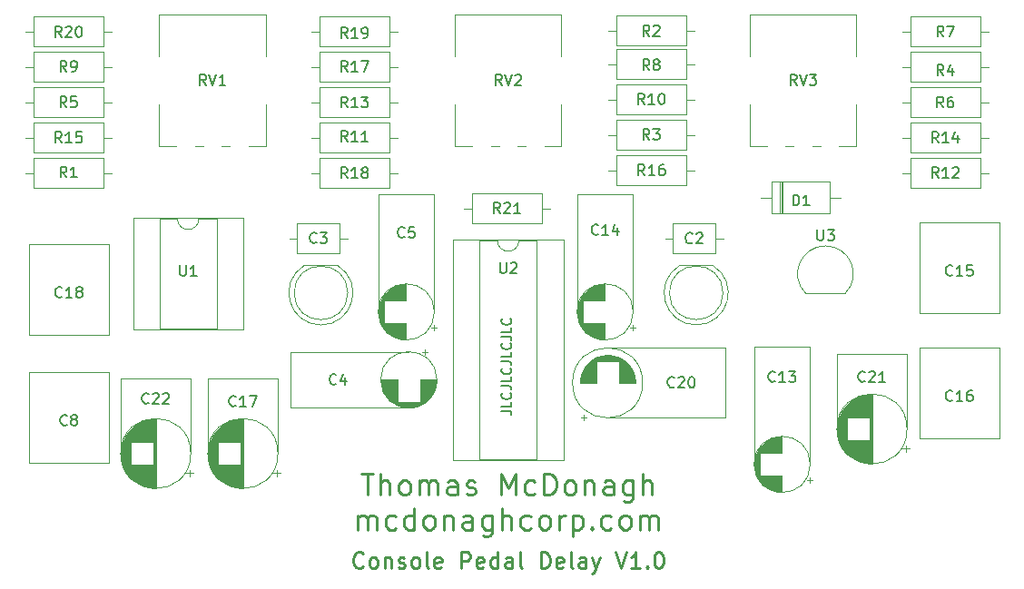
<source format=gbr>
G04 #@! TF.GenerationSoftware,KiCad,Pcbnew,(5.1.7)-1*
G04 #@! TF.CreationDate,2021-05-30T15:58:05-05:00*
G04 #@! TF.ProjectId,ConsolePedalDelay,436f6e73-6f6c-4655-9065-64616c44656c,rev?*
G04 #@! TF.SameCoordinates,Original*
G04 #@! TF.FileFunction,Legend,Top*
G04 #@! TF.FilePolarity,Positive*
%FSLAX46Y46*%
G04 Gerber Fmt 4.6, Leading zero omitted, Abs format (unit mm)*
G04 Created by KiCad (PCBNEW (5.1.7)-1) date 2021-05-30 15:58:05*
%MOMM*%
%LPD*%
G01*
G04 APERTURE LIST*
%ADD10C,0.150000*%
%ADD11C,0.250000*%
%ADD12C,0.120000*%
G04 APERTURE END LIST*
D10*
X132095142Y-107281142D02*
X132738000Y-107281142D01*
X132866571Y-107324000D01*
X132952285Y-107409714D01*
X132995142Y-107538285D01*
X132995142Y-107624000D01*
X132995142Y-106424000D02*
X132995142Y-106852571D01*
X132095142Y-106852571D01*
X132909428Y-105609714D02*
X132952285Y-105652571D01*
X132995142Y-105781142D01*
X132995142Y-105866857D01*
X132952285Y-105995428D01*
X132866571Y-106081142D01*
X132780857Y-106124000D01*
X132609428Y-106166857D01*
X132480857Y-106166857D01*
X132309428Y-106124000D01*
X132223714Y-106081142D01*
X132138000Y-105995428D01*
X132095142Y-105866857D01*
X132095142Y-105781142D01*
X132138000Y-105652571D01*
X132180857Y-105609714D01*
X132095142Y-104966857D02*
X132738000Y-104966857D01*
X132866571Y-105009714D01*
X132952285Y-105095428D01*
X132995142Y-105224000D01*
X132995142Y-105309714D01*
X132995142Y-104109714D02*
X132995142Y-104538285D01*
X132095142Y-104538285D01*
X132909428Y-103295428D02*
X132952285Y-103338285D01*
X132995142Y-103466857D01*
X132995142Y-103552571D01*
X132952285Y-103681142D01*
X132866571Y-103766857D01*
X132780857Y-103809714D01*
X132609428Y-103852571D01*
X132480857Y-103852571D01*
X132309428Y-103809714D01*
X132223714Y-103766857D01*
X132138000Y-103681142D01*
X132095142Y-103552571D01*
X132095142Y-103466857D01*
X132138000Y-103338285D01*
X132180857Y-103295428D01*
X132095142Y-102652571D02*
X132738000Y-102652571D01*
X132866571Y-102695428D01*
X132952285Y-102781142D01*
X132995142Y-102909714D01*
X132995142Y-102995428D01*
X132995142Y-101795428D02*
X132995142Y-102224000D01*
X132095142Y-102224000D01*
X132909428Y-100981142D02*
X132952285Y-101024000D01*
X132995142Y-101152571D01*
X132995142Y-101238285D01*
X132952285Y-101366857D01*
X132866571Y-101452571D01*
X132780857Y-101495428D01*
X132609428Y-101538285D01*
X132480857Y-101538285D01*
X132309428Y-101495428D01*
X132223714Y-101452571D01*
X132138000Y-101366857D01*
X132095142Y-101238285D01*
X132095142Y-101152571D01*
X132138000Y-101024000D01*
X132180857Y-100981142D01*
X132095142Y-100338285D02*
X132738000Y-100338285D01*
X132866571Y-100381142D01*
X132952285Y-100466857D01*
X132995142Y-100595428D01*
X132995142Y-100681142D01*
X132995142Y-99481142D02*
X132995142Y-99909714D01*
X132095142Y-99909714D01*
X132909428Y-98666857D02*
X132952285Y-98709714D01*
X132995142Y-98838285D01*
X132995142Y-98924000D01*
X132952285Y-99052571D01*
X132866571Y-99138285D01*
X132780857Y-99181142D01*
X132609428Y-99224000D01*
X132480857Y-99224000D01*
X132309428Y-99181142D01*
X132223714Y-99138285D01*
X132138000Y-99052571D01*
X132095142Y-98924000D01*
X132095142Y-98838285D01*
X132138000Y-98709714D01*
X132180857Y-98666857D01*
D11*
X119179285Y-121820714D02*
X119107857Y-121892142D01*
X118893571Y-121963571D01*
X118750714Y-121963571D01*
X118536428Y-121892142D01*
X118393571Y-121749285D01*
X118322142Y-121606428D01*
X118250714Y-121320714D01*
X118250714Y-121106428D01*
X118322142Y-120820714D01*
X118393571Y-120677857D01*
X118536428Y-120535000D01*
X118750714Y-120463571D01*
X118893571Y-120463571D01*
X119107857Y-120535000D01*
X119179285Y-120606428D01*
X120036428Y-121963571D02*
X119893571Y-121892142D01*
X119822142Y-121820714D01*
X119750714Y-121677857D01*
X119750714Y-121249285D01*
X119822142Y-121106428D01*
X119893571Y-121035000D01*
X120036428Y-120963571D01*
X120250714Y-120963571D01*
X120393571Y-121035000D01*
X120465000Y-121106428D01*
X120536428Y-121249285D01*
X120536428Y-121677857D01*
X120465000Y-121820714D01*
X120393571Y-121892142D01*
X120250714Y-121963571D01*
X120036428Y-121963571D01*
X121179285Y-120963571D02*
X121179285Y-121963571D01*
X121179285Y-121106428D02*
X121250714Y-121035000D01*
X121393571Y-120963571D01*
X121607857Y-120963571D01*
X121750714Y-121035000D01*
X121822142Y-121177857D01*
X121822142Y-121963571D01*
X122465000Y-121892142D02*
X122607857Y-121963571D01*
X122893571Y-121963571D01*
X123036428Y-121892142D01*
X123107857Y-121749285D01*
X123107857Y-121677857D01*
X123036428Y-121535000D01*
X122893571Y-121463571D01*
X122679285Y-121463571D01*
X122536428Y-121392142D01*
X122465000Y-121249285D01*
X122465000Y-121177857D01*
X122536428Y-121035000D01*
X122679285Y-120963571D01*
X122893571Y-120963571D01*
X123036428Y-121035000D01*
X123965000Y-121963571D02*
X123822142Y-121892142D01*
X123750714Y-121820714D01*
X123679285Y-121677857D01*
X123679285Y-121249285D01*
X123750714Y-121106428D01*
X123822142Y-121035000D01*
X123965000Y-120963571D01*
X124179285Y-120963571D01*
X124322142Y-121035000D01*
X124393571Y-121106428D01*
X124465000Y-121249285D01*
X124465000Y-121677857D01*
X124393571Y-121820714D01*
X124322142Y-121892142D01*
X124179285Y-121963571D01*
X123965000Y-121963571D01*
X125322142Y-121963571D02*
X125179285Y-121892142D01*
X125107857Y-121749285D01*
X125107857Y-120463571D01*
X126465000Y-121892142D02*
X126322142Y-121963571D01*
X126036428Y-121963571D01*
X125893571Y-121892142D01*
X125822142Y-121749285D01*
X125822142Y-121177857D01*
X125893571Y-121035000D01*
X126036428Y-120963571D01*
X126322142Y-120963571D01*
X126465000Y-121035000D01*
X126536428Y-121177857D01*
X126536428Y-121320714D01*
X125822142Y-121463571D01*
X128322142Y-121963571D02*
X128322142Y-120463571D01*
X128893571Y-120463571D01*
X129036428Y-120535000D01*
X129107857Y-120606428D01*
X129179285Y-120749285D01*
X129179285Y-120963571D01*
X129107857Y-121106428D01*
X129036428Y-121177857D01*
X128893571Y-121249285D01*
X128322142Y-121249285D01*
X130393571Y-121892142D02*
X130250714Y-121963571D01*
X129965000Y-121963571D01*
X129822142Y-121892142D01*
X129750714Y-121749285D01*
X129750714Y-121177857D01*
X129822142Y-121035000D01*
X129965000Y-120963571D01*
X130250714Y-120963571D01*
X130393571Y-121035000D01*
X130465000Y-121177857D01*
X130465000Y-121320714D01*
X129750714Y-121463571D01*
X131750714Y-121963571D02*
X131750714Y-120463571D01*
X131750714Y-121892142D02*
X131607857Y-121963571D01*
X131322142Y-121963571D01*
X131179285Y-121892142D01*
X131107857Y-121820714D01*
X131036428Y-121677857D01*
X131036428Y-121249285D01*
X131107857Y-121106428D01*
X131179285Y-121035000D01*
X131322142Y-120963571D01*
X131607857Y-120963571D01*
X131750714Y-121035000D01*
X133107857Y-121963571D02*
X133107857Y-121177857D01*
X133036428Y-121035000D01*
X132893571Y-120963571D01*
X132607857Y-120963571D01*
X132465000Y-121035000D01*
X133107857Y-121892142D02*
X132965000Y-121963571D01*
X132607857Y-121963571D01*
X132465000Y-121892142D01*
X132393571Y-121749285D01*
X132393571Y-121606428D01*
X132465000Y-121463571D01*
X132607857Y-121392142D01*
X132965000Y-121392142D01*
X133107857Y-121320714D01*
X134036428Y-121963571D02*
X133893571Y-121892142D01*
X133822142Y-121749285D01*
X133822142Y-120463571D01*
X135750714Y-121963571D02*
X135750714Y-120463571D01*
X136107857Y-120463571D01*
X136322142Y-120535000D01*
X136465000Y-120677857D01*
X136536428Y-120820714D01*
X136607857Y-121106428D01*
X136607857Y-121320714D01*
X136536428Y-121606428D01*
X136465000Y-121749285D01*
X136322142Y-121892142D01*
X136107857Y-121963571D01*
X135750714Y-121963571D01*
X137822142Y-121892142D02*
X137679285Y-121963571D01*
X137393571Y-121963571D01*
X137250714Y-121892142D01*
X137179285Y-121749285D01*
X137179285Y-121177857D01*
X137250714Y-121035000D01*
X137393571Y-120963571D01*
X137679285Y-120963571D01*
X137822142Y-121035000D01*
X137893571Y-121177857D01*
X137893571Y-121320714D01*
X137179285Y-121463571D01*
X138750714Y-121963571D02*
X138607857Y-121892142D01*
X138536428Y-121749285D01*
X138536428Y-120463571D01*
X139965000Y-121963571D02*
X139965000Y-121177857D01*
X139893571Y-121035000D01*
X139750714Y-120963571D01*
X139465000Y-120963571D01*
X139322142Y-121035000D01*
X139965000Y-121892142D02*
X139822142Y-121963571D01*
X139465000Y-121963571D01*
X139322142Y-121892142D01*
X139250714Y-121749285D01*
X139250714Y-121606428D01*
X139322142Y-121463571D01*
X139465000Y-121392142D01*
X139822142Y-121392142D01*
X139965000Y-121320714D01*
X140536428Y-120963571D02*
X140893571Y-121963571D01*
X141250714Y-120963571D02*
X140893571Y-121963571D01*
X140750714Y-122320714D01*
X140679285Y-122392142D01*
X140536428Y-122463571D01*
X142750714Y-120463571D02*
X143250714Y-121963571D01*
X143750714Y-120463571D01*
X145036428Y-121963571D02*
X144179285Y-121963571D01*
X144607857Y-121963571D02*
X144607857Y-120463571D01*
X144465000Y-120677857D01*
X144322142Y-120820714D01*
X144179285Y-120892142D01*
X145679285Y-121820714D02*
X145750714Y-121892142D01*
X145679285Y-121963571D01*
X145607857Y-121892142D01*
X145679285Y-121820714D01*
X145679285Y-121963571D01*
X146679285Y-120463571D02*
X146822142Y-120463571D01*
X146965000Y-120535000D01*
X147036428Y-120606428D01*
X147107857Y-120749285D01*
X147179285Y-121035000D01*
X147179285Y-121392142D01*
X147107857Y-121677857D01*
X147036428Y-121820714D01*
X146965000Y-121892142D01*
X146822142Y-121963571D01*
X146679285Y-121963571D01*
X146536428Y-121892142D01*
X146465000Y-121820714D01*
X146393571Y-121677857D01*
X146322142Y-121392142D01*
X146322142Y-121035000D01*
X146393571Y-120749285D01*
X146465000Y-120606428D01*
X146536428Y-120535000D01*
X146679285Y-120463571D01*
X119000714Y-113103761D02*
X120143571Y-113103761D01*
X119572142Y-115103761D02*
X119572142Y-113103761D01*
X120810238Y-115103761D02*
X120810238Y-113103761D01*
X121667380Y-115103761D02*
X121667380Y-114056142D01*
X121572142Y-113865666D01*
X121381666Y-113770428D01*
X121095952Y-113770428D01*
X120905476Y-113865666D01*
X120810238Y-113960904D01*
X122905476Y-115103761D02*
X122715000Y-115008523D01*
X122619761Y-114913285D01*
X122524523Y-114722809D01*
X122524523Y-114151380D01*
X122619761Y-113960904D01*
X122715000Y-113865666D01*
X122905476Y-113770428D01*
X123191190Y-113770428D01*
X123381666Y-113865666D01*
X123476904Y-113960904D01*
X123572142Y-114151380D01*
X123572142Y-114722809D01*
X123476904Y-114913285D01*
X123381666Y-115008523D01*
X123191190Y-115103761D01*
X122905476Y-115103761D01*
X124429285Y-115103761D02*
X124429285Y-113770428D01*
X124429285Y-113960904D02*
X124524523Y-113865666D01*
X124715000Y-113770428D01*
X125000714Y-113770428D01*
X125191190Y-113865666D01*
X125286428Y-114056142D01*
X125286428Y-115103761D01*
X125286428Y-114056142D02*
X125381666Y-113865666D01*
X125572142Y-113770428D01*
X125857857Y-113770428D01*
X126048333Y-113865666D01*
X126143571Y-114056142D01*
X126143571Y-115103761D01*
X127953095Y-115103761D02*
X127953095Y-114056142D01*
X127857857Y-113865666D01*
X127667380Y-113770428D01*
X127286428Y-113770428D01*
X127095952Y-113865666D01*
X127953095Y-115008523D02*
X127762619Y-115103761D01*
X127286428Y-115103761D01*
X127095952Y-115008523D01*
X127000714Y-114818047D01*
X127000714Y-114627571D01*
X127095952Y-114437095D01*
X127286428Y-114341857D01*
X127762619Y-114341857D01*
X127953095Y-114246619D01*
X128810238Y-115008523D02*
X129000714Y-115103761D01*
X129381666Y-115103761D01*
X129572142Y-115008523D01*
X129667380Y-114818047D01*
X129667380Y-114722809D01*
X129572142Y-114532333D01*
X129381666Y-114437095D01*
X129095952Y-114437095D01*
X128905476Y-114341857D01*
X128810238Y-114151380D01*
X128810238Y-114056142D01*
X128905476Y-113865666D01*
X129095952Y-113770428D01*
X129381666Y-113770428D01*
X129572142Y-113865666D01*
X132048333Y-115103761D02*
X132048333Y-113103761D01*
X132715000Y-114532333D01*
X133381666Y-113103761D01*
X133381666Y-115103761D01*
X135191190Y-115008523D02*
X135000714Y-115103761D01*
X134619761Y-115103761D01*
X134429285Y-115008523D01*
X134334047Y-114913285D01*
X134238809Y-114722809D01*
X134238809Y-114151380D01*
X134334047Y-113960904D01*
X134429285Y-113865666D01*
X134619761Y-113770428D01*
X135000714Y-113770428D01*
X135191190Y-113865666D01*
X136048333Y-115103761D02*
X136048333Y-113103761D01*
X136524523Y-113103761D01*
X136810238Y-113199000D01*
X137000714Y-113389476D01*
X137095952Y-113579952D01*
X137191190Y-113960904D01*
X137191190Y-114246619D01*
X137095952Y-114627571D01*
X137000714Y-114818047D01*
X136810238Y-115008523D01*
X136524523Y-115103761D01*
X136048333Y-115103761D01*
X138334047Y-115103761D02*
X138143571Y-115008523D01*
X138048333Y-114913285D01*
X137953095Y-114722809D01*
X137953095Y-114151380D01*
X138048333Y-113960904D01*
X138143571Y-113865666D01*
X138334047Y-113770428D01*
X138619761Y-113770428D01*
X138810238Y-113865666D01*
X138905476Y-113960904D01*
X139000714Y-114151380D01*
X139000714Y-114722809D01*
X138905476Y-114913285D01*
X138810238Y-115008523D01*
X138619761Y-115103761D01*
X138334047Y-115103761D01*
X139857857Y-113770428D02*
X139857857Y-115103761D01*
X139857857Y-113960904D02*
X139953095Y-113865666D01*
X140143571Y-113770428D01*
X140429285Y-113770428D01*
X140619761Y-113865666D01*
X140715000Y-114056142D01*
X140715000Y-115103761D01*
X142524523Y-115103761D02*
X142524523Y-114056142D01*
X142429285Y-113865666D01*
X142238809Y-113770428D01*
X141857857Y-113770428D01*
X141667380Y-113865666D01*
X142524523Y-115008523D02*
X142334047Y-115103761D01*
X141857857Y-115103761D01*
X141667380Y-115008523D01*
X141572142Y-114818047D01*
X141572142Y-114627571D01*
X141667380Y-114437095D01*
X141857857Y-114341857D01*
X142334047Y-114341857D01*
X142524523Y-114246619D01*
X144334047Y-113770428D02*
X144334047Y-115389476D01*
X144238809Y-115579952D01*
X144143571Y-115675190D01*
X143953095Y-115770428D01*
X143667380Y-115770428D01*
X143476904Y-115675190D01*
X144334047Y-115008523D02*
X144143571Y-115103761D01*
X143762619Y-115103761D01*
X143572142Y-115008523D01*
X143476904Y-114913285D01*
X143381666Y-114722809D01*
X143381666Y-114151380D01*
X143476904Y-113960904D01*
X143572142Y-113865666D01*
X143762619Y-113770428D01*
X144143571Y-113770428D01*
X144334047Y-113865666D01*
X145286428Y-115103761D02*
X145286428Y-113103761D01*
X146143571Y-115103761D02*
X146143571Y-114056142D01*
X146048333Y-113865666D01*
X145857857Y-113770428D01*
X145572142Y-113770428D01*
X145381666Y-113865666D01*
X145286428Y-113960904D01*
X118715000Y-118353761D02*
X118715000Y-117020428D01*
X118715000Y-117210904D02*
X118810238Y-117115666D01*
X119000714Y-117020428D01*
X119286428Y-117020428D01*
X119476904Y-117115666D01*
X119572142Y-117306142D01*
X119572142Y-118353761D01*
X119572142Y-117306142D02*
X119667380Y-117115666D01*
X119857857Y-117020428D01*
X120143571Y-117020428D01*
X120334047Y-117115666D01*
X120429285Y-117306142D01*
X120429285Y-118353761D01*
X122238809Y-118258523D02*
X122048333Y-118353761D01*
X121667380Y-118353761D01*
X121476904Y-118258523D01*
X121381666Y-118163285D01*
X121286428Y-117972809D01*
X121286428Y-117401380D01*
X121381666Y-117210904D01*
X121476904Y-117115666D01*
X121667380Y-117020428D01*
X122048333Y-117020428D01*
X122238809Y-117115666D01*
X123953095Y-118353761D02*
X123953095Y-116353761D01*
X123953095Y-118258523D02*
X123762619Y-118353761D01*
X123381666Y-118353761D01*
X123191190Y-118258523D01*
X123095952Y-118163285D01*
X123000714Y-117972809D01*
X123000714Y-117401380D01*
X123095952Y-117210904D01*
X123191190Y-117115666D01*
X123381666Y-117020428D01*
X123762619Y-117020428D01*
X123953095Y-117115666D01*
X125191190Y-118353761D02*
X125000714Y-118258523D01*
X124905476Y-118163285D01*
X124810238Y-117972809D01*
X124810238Y-117401380D01*
X124905476Y-117210904D01*
X125000714Y-117115666D01*
X125191190Y-117020428D01*
X125476904Y-117020428D01*
X125667380Y-117115666D01*
X125762619Y-117210904D01*
X125857857Y-117401380D01*
X125857857Y-117972809D01*
X125762619Y-118163285D01*
X125667380Y-118258523D01*
X125476904Y-118353761D01*
X125191190Y-118353761D01*
X126715000Y-117020428D02*
X126715000Y-118353761D01*
X126715000Y-117210904D02*
X126810238Y-117115666D01*
X127000714Y-117020428D01*
X127286428Y-117020428D01*
X127476904Y-117115666D01*
X127572142Y-117306142D01*
X127572142Y-118353761D01*
X129381666Y-118353761D02*
X129381666Y-117306142D01*
X129286428Y-117115666D01*
X129095952Y-117020428D01*
X128715000Y-117020428D01*
X128524523Y-117115666D01*
X129381666Y-118258523D02*
X129191190Y-118353761D01*
X128715000Y-118353761D01*
X128524523Y-118258523D01*
X128429285Y-118068047D01*
X128429285Y-117877571D01*
X128524523Y-117687095D01*
X128715000Y-117591857D01*
X129191190Y-117591857D01*
X129381666Y-117496619D01*
X131191190Y-117020428D02*
X131191190Y-118639476D01*
X131095952Y-118829952D01*
X131000714Y-118925190D01*
X130810238Y-119020428D01*
X130524523Y-119020428D01*
X130334047Y-118925190D01*
X131191190Y-118258523D02*
X131000714Y-118353761D01*
X130619761Y-118353761D01*
X130429285Y-118258523D01*
X130334047Y-118163285D01*
X130238809Y-117972809D01*
X130238809Y-117401380D01*
X130334047Y-117210904D01*
X130429285Y-117115666D01*
X130619761Y-117020428D01*
X131000714Y-117020428D01*
X131191190Y-117115666D01*
X132143571Y-118353761D02*
X132143571Y-116353761D01*
X133000714Y-118353761D02*
X133000714Y-117306142D01*
X132905476Y-117115666D01*
X132715000Y-117020428D01*
X132429285Y-117020428D01*
X132238809Y-117115666D01*
X132143571Y-117210904D01*
X134810238Y-118258523D02*
X134619761Y-118353761D01*
X134238809Y-118353761D01*
X134048333Y-118258523D01*
X133953095Y-118163285D01*
X133857857Y-117972809D01*
X133857857Y-117401380D01*
X133953095Y-117210904D01*
X134048333Y-117115666D01*
X134238809Y-117020428D01*
X134619761Y-117020428D01*
X134810238Y-117115666D01*
X135953095Y-118353761D02*
X135762619Y-118258523D01*
X135667380Y-118163285D01*
X135572142Y-117972809D01*
X135572142Y-117401380D01*
X135667380Y-117210904D01*
X135762619Y-117115666D01*
X135953095Y-117020428D01*
X136238809Y-117020428D01*
X136429285Y-117115666D01*
X136524523Y-117210904D01*
X136619761Y-117401380D01*
X136619761Y-117972809D01*
X136524523Y-118163285D01*
X136429285Y-118258523D01*
X136238809Y-118353761D01*
X135953095Y-118353761D01*
X137476904Y-118353761D02*
X137476904Y-117020428D01*
X137476904Y-117401380D02*
X137572142Y-117210904D01*
X137667380Y-117115666D01*
X137857857Y-117020428D01*
X138048333Y-117020428D01*
X138715000Y-117020428D02*
X138715000Y-119020428D01*
X138715000Y-117115666D02*
X138905476Y-117020428D01*
X139286428Y-117020428D01*
X139476904Y-117115666D01*
X139572142Y-117210904D01*
X139667380Y-117401380D01*
X139667380Y-117972809D01*
X139572142Y-118163285D01*
X139476904Y-118258523D01*
X139286428Y-118353761D01*
X138905476Y-118353761D01*
X138715000Y-118258523D01*
X140524523Y-118163285D02*
X140619761Y-118258523D01*
X140524523Y-118353761D01*
X140429285Y-118258523D01*
X140524523Y-118163285D01*
X140524523Y-118353761D01*
X142334047Y-118258523D02*
X142143571Y-118353761D01*
X141762619Y-118353761D01*
X141572142Y-118258523D01*
X141476904Y-118163285D01*
X141381666Y-117972809D01*
X141381666Y-117401380D01*
X141476904Y-117210904D01*
X141572142Y-117115666D01*
X141762619Y-117020428D01*
X142143571Y-117020428D01*
X142334047Y-117115666D01*
X143476904Y-118353761D02*
X143286428Y-118258523D01*
X143191190Y-118163285D01*
X143095952Y-117972809D01*
X143095952Y-117401380D01*
X143191190Y-117210904D01*
X143286428Y-117115666D01*
X143476904Y-117020428D01*
X143762619Y-117020428D01*
X143953095Y-117115666D01*
X144048333Y-117210904D01*
X144143571Y-117401380D01*
X144143571Y-117972809D01*
X144048333Y-118163285D01*
X143953095Y-118258523D01*
X143762619Y-118353761D01*
X143476904Y-118353761D01*
X145000714Y-118353761D02*
X145000714Y-117020428D01*
X145000714Y-117210904D02*
X145095952Y-117115666D01*
X145286428Y-117020428D01*
X145572142Y-117020428D01*
X145762619Y-117115666D01*
X145857857Y-117306142D01*
X145857857Y-118353761D01*
X145857857Y-117306142D02*
X145953095Y-117115666D01*
X146143571Y-117020428D01*
X146429285Y-117020428D01*
X146619761Y-117115666D01*
X146715000Y-117306142D01*
X146715000Y-118353761D01*
D12*
G04 #@! TO.C,D3*
X117750000Y-96270000D02*
G75*
G03*
X117750000Y-96270000I-2500000J0D01*
G01*
X116795000Y-93710000D02*
X113705000Y-93710000D01*
X115249538Y-99260000D02*
G75*
G03*
X116794830Y-93710000I462J2990000D01*
G01*
X115250462Y-99260000D02*
G75*
G02*
X113705170Y-93710000I-462J2990000D01*
G01*
G04 #@! TO.C,D2*
X151795000Y-93710000D02*
X148705000Y-93710000D01*
X152750000Y-96270000D02*
G75*
G03*
X152750000Y-96270000I-2500000J0D01*
G01*
X150250462Y-99260000D02*
G75*
G02*
X148705170Y-93710000I-462J2990000D01*
G01*
X150249538Y-99260000D02*
G75*
G03*
X151794830Y-93710000I462J2990000D01*
G01*
G04 #@! TO.C,R21*
X135858000Y-89762000D02*
X135858000Y-87022000D01*
X135858000Y-87022000D02*
X129318000Y-87022000D01*
X129318000Y-87022000D02*
X129318000Y-89762000D01*
X129318000Y-89762000D02*
X135858000Y-89762000D01*
X136628000Y-88392000D02*
X135858000Y-88392000D01*
X128548000Y-88392000D02*
X129318000Y-88392000D01*
G04 #@! TO.C,C2*
X152764000Y-91186000D02*
X152074000Y-91186000D01*
X147344000Y-91186000D02*
X148034000Y-91186000D01*
X152074000Y-89766000D02*
X148034000Y-89766000D01*
X152074000Y-92606000D02*
X152074000Y-89766000D01*
X148034000Y-92606000D02*
X152074000Y-92606000D01*
X148034000Y-89766000D02*
X148034000Y-92606000D01*
G04 #@! TO.C,C3*
X112982000Y-89766000D02*
X112982000Y-92606000D01*
X112982000Y-92606000D02*
X117022000Y-92606000D01*
X117022000Y-92606000D02*
X117022000Y-89766000D01*
X117022000Y-89766000D02*
X112982000Y-89766000D01*
X112292000Y-91186000D02*
X112982000Y-91186000D01*
X117712000Y-91186000D02*
X117022000Y-91186000D01*
G04 #@! TO.C,C8*
X95454000Y-112114000D02*
X88014000Y-112114000D01*
X95454000Y-103624000D02*
X88014000Y-103624000D01*
X95454000Y-112114000D02*
X95454000Y-103624000D01*
X88014000Y-112114000D02*
X88014000Y-103624000D01*
G04 #@! TO.C,C15*
X178512000Y-98144000D02*
X171072000Y-98144000D01*
X178512000Y-89654000D02*
X171072000Y-89654000D01*
X178512000Y-98144000D02*
X178512000Y-89654000D01*
X171072000Y-98144000D02*
X171072000Y-89654000D01*
G04 #@! TO.C,C16*
X178512000Y-109828000D02*
X171072000Y-109828000D01*
X178512000Y-101338000D02*
X171072000Y-101338000D01*
X178512000Y-109828000D02*
X178512000Y-101338000D01*
X171072000Y-109828000D02*
X171072000Y-101338000D01*
G04 #@! TO.C,C18*
X88014000Y-100176000D02*
X88014000Y-91686000D01*
X95454000Y-100176000D02*
X95454000Y-91686000D01*
X95454000Y-91686000D02*
X88014000Y-91686000D01*
X95454000Y-100176000D02*
X88014000Y-100176000D01*
G04 #@! TO.C,D1*
X158080000Y-85906000D02*
X158080000Y-88846000D01*
X158320000Y-85906000D02*
X158320000Y-88846000D01*
X158200000Y-85906000D02*
X158200000Y-88846000D01*
X163760000Y-87376000D02*
X162740000Y-87376000D01*
X156280000Y-87376000D02*
X157300000Y-87376000D01*
X162740000Y-85906000D02*
X157300000Y-85906000D01*
X162740000Y-88846000D02*
X162740000Y-85906000D01*
X157300000Y-88846000D02*
X162740000Y-88846000D01*
X157300000Y-85906000D02*
X157300000Y-88846000D01*
G04 #@! TO.C,R1*
X95734000Y-85090000D02*
X94964000Y-85090000D01*
X87654000Y-85090000D02*
X88424000Y-85090000D01*
X94964000Y-83720000D02*
X88424000Y-83720000D01*
X94964000Y-86460000D02*
X94964000Y-83720000D01*
X88424000Y-86460000D02*
X94964000Y-86460000D01*
X88424000Y-83720000D02*
X88424000Y-86460000D01*
G04 #@! TO.C,R2*
X142780000Y-70430000D02*
X142780000Y-73170000D01*
X142780000Y-73170000D02*
X149320000Y-73170000D01*
X149320000Y-73170000D02*
X149320000Y-70430000D01*
X149320000Y-70430000D02*
X142780000Y-70430000D01*
X142010000Y-71800000D02*
X142780000Y-71800000D01*
X150090000Y-71800000D02*
X149320000Y-71800000D01*
G04 #@! TO.C,R3*
X150090000Y-81534000D02*
X149320000Y-81534000D01*
X142010000Y-81534000D02*
X142780000Y-81534000D01*
X149320000Y-80164000D02*
X142780000Y-80164000D01*
X149320000Y-82904000D02*
X149320000Y-80164000D01*
X142780000Y-82904000D02*
X149320000Y-82904000D01*
X142780000Y-80164000D02*
X142780000Y-82904000D01*
G04 #@! TO.C,R4*
X177522000Y-75184000D02*
X176752000Y-75184000D01*
X169442000Y-75184000D02*
X170212000Y-75184000D01*
X176752000Y-73814000D02*
X170212000Y-73814000D01*
X176752000Y-76554000D02*
X176752000Y-73814000D01*
X170212000Y-76554000D02*
X176752000Y-76554000D01*
X170212000Y-73814000D02*
X170212000Y-76554000D01*
G04 #@! TO.C,R5*
X95734000Y-78486000D02*
X94964000Y-78486000D01*
X87654000Y-78486000D02*
X88424000Y-78486000D01*
X94964000Y-77116000D02*
X88424000Y-77116000D01*
X94964000Y-79856000D02*
X94964000Y-77116000D01*
X88424000Y-79856000D02*
X94964000Y-79856000D01*
X88424000Y-77116000D02*
X88424000Y-79856000D01*
G04 #@! TO.C,R6*
X177522000Y-78486000D02*
X176752000Y-78486000D01*
X169442000Y-78486000D02*
X170212000Y-78486000D01*
X176752000Y-77116000D02*
X170212000Y-77116000D01*
X176752000Y-79856000D02*
X176752000Y-77116000D01*
X170212000Y-79856000D02*
X176752000Y-79856000D01*
X170212000Y-77116000D02*
X170212000Y-79856000D01*
G04 #@! TO.C,R7*
X177522000Y-71882000D02*
X176752000Y-71882000D01*
X169442000Y-71882000D02*
X170212000Y-71882000D01*
X176752000Y-70512000D02*
X170212000Y-70512000D01*
X176752000Y-73252000D02*
X176752000Y-70512000D01*
X170212000Y-73252000D02*
X176752000Y-73252000D01*
X170212000Y-70512000D02*
X170212000Y-73252000D01*
G04 #@! TO.C,R8*
X142780000Y-73560000D02*
X142780000Y-76300000D01*
X142780000Y-76300000D02*
X149320000Y-76300000D01*
X149320000Y-76300000D02*
X149320000Y-73560000D01*
X149320000Y-73560000D02*
X142780000Y-73560000D01*
X142010000Y-74930000D02*
X142780000Y-74930000D01*
X150090000Y-74930000D02*
X149320000Y-74930000D01*
G04 #@! TO.C,R9*
X94964000Y-76554000D02*
X94964000Y-73814000D01*
X94964000Y-73814000D02*
X88424000Y-73814000D01*
X88424000Y-73814000D02*
X88424000Y-76554000D01*
X88424000Y-76554000D02*
X94964000Y-76554000D01*
X95734000Y-75184000D02*
X94964000Y-75184000D01*
X87654000Y-75184000D02*
X88424000Y-75184000D01*
G04 #@! TO.C,R10*
X150090000Y-78232000D02*
X149320000Y-78232000D01*
X142010000Y-78232000D02*
X142780000Y-78232000D01*
X149320000Y-76862000D02*
X142780000Y-76862000D01*
X149320000Y-79602000D02*
X149320000Y-76862000D01*
X142780000Y-79602000D02*
X149320000Y-79602000D01*
X142780000Y-76862000D02*
X142780000Y-79602000D01*
G04 #@! TO.C,R11*
X122404000Y-81788000D02*
X121634000Y-81788000D01*
X114324000Y-81788000D02*
X115094000Y-81788000D01*
X121634000Y-80418000D02*
X115094000Y-80418000D01*
X121634000Y-83158000D02*
X121634000Y-80418000D01*
X115094000Y-83158000D02*
X121634000Y-83158000D01*
X115094000Y-80418000D02*
X115094000Y-83158000D01*
G04 #@! TO.C,R12*
X170212000Y-83720000D02*
X170212000Y-86460000D01*
X170212000Y-86460000D02*
X176752000Y-86460000D01*
X176752000Y-86460000D02*
X176752000Y-83720000D01*
X176752000Y-83720000D02*
X170212000Y-83720000D01*
X169442000Y-85090000D02*
X170212000Y-85090000D01*
X177522000Y-85090000D02*
X176752000Y-85090000D01*
G04 #@! TO.C,R13*
X115094000Y-77116000D02*
X115094000Y-79856000D01*
X115094000Y-79856000D02*
X121634000Y-79856000D01*
X121634000Y-79856000D02*
X121634000Y-77116000D01*
X121634000Y-77116000D02*
X115094000Y-77116000D01*
X114324000Y-78486000D02*
X115094000Y-78486000D01*
X122404000Y-78486000D02*
X121634000Y-78486000D01*
G04 #@! TO.C,R14*
X170212000Y-80418000D02*
X170212000Y-83158000D01*
X170212000Y-83158000D02*
X176752000Y-83158000D01*
X176752000Y-83158000D02*
X176752000Y-80418000D01*
X176752000Y-80418000D02*
X170212000Y-80418000D01*
X169442000Y-81788000D02*
X170212000Y-81788000D01*
X177522000Y-81788000D02*
X176752000Y-81788000D01*
G04 #@! TO.C,R15*
X88424000Y-80418000D02*
X88424000Y-83158000D01*
X88424000Y-83158000D02*
X94964000Y-83158000D01*
X94964000Y-83158000D02*
X94964000Y-80418000D01*
X94964000Y-80418000D02*
X88424000Y-80418000D01*
X87654000Y-81788000D02*
X88424000Y-81788000D01*
X95734000Y-81788000D02*
X94964000Y-81788000D01*
G04 #@! TO.C,R16*
X142780000Y-83466000D02*
X142780000Y-86206000D01*
X142780000Y-86206000D02*
X149320000Y-86206000D01*
X149320000Y-86206000D02*
X149320000Y-83466000D01*
X149320000Y-83466000D02*
X142780000Y-83466000D01*
X142010000Y-84836000D02*
X142780000Y-84836000D01*
X150090000Y-84836000D02*
X149320000Y-84836000D01*
G04 #@! TO.C,R17*
X122404000Y-75184000D02*
X121634000Y-75184000D01*
X114324000Y-75184000D02*
X115094000Y-75184000D01*
X121634000Y-73814000D02*
X115094000Y-73814000D01*
X121634000Y-76554000D02*
X121634000Y-73814000D01*
X115094000Y-76554000D02*
X121634000Y-76554000D01*
X115094000Y-73814000D02*
X115094000Y-76554000D01*
G04 #@! TO.C,R18*
X115094000Y-83720000D02*
X115094000Y-86460000D01*
X115094000Y-86460000D02*
X121634000Y-86460000D01*
X121634000Y-86460000D02*
X121634000Y-83720000D01*
X121634000Y-83720000D02*
X115094000Y-83720000D01*
X114324000Y-85090000D02*
X115094000Y-85090000D01*
X122404000Y-85090000D02*
X121634000Y-85090000D01*
G04 #@! TO.C,R19*
X115094000Y-70512000D02*
X115094000Y-73252000D01*
X115094000Y-73252000D02*
X121634000Y-73252000D01*
X121634000Y-73252000D02*
X121634000Y-70512000D01*
X121634000Y-70512000D02*
X115094000Y-70512000D01*
X114324000Y-71882000D02*
X115094000Y-71882000D01*
X122404000Y-71882000D02*
X121634000Y-71882000D01*
G04 #@! TO.C,R20*
X87654000Y-71882000D02*
X88424000Y-71882000D01*
X95734000Y-71882000D02*
X94964000Y-71882000D01*
X88424000Y-73252000D02*
X94964000Y-73252000D01*
X88424000Y-70512000D02*
X88424000Y-73252000D01*
X94964000Y-70512000D02*
X88424000Y-70512000D01*
X94964000Y-73252000D02*
X94964000Y-70512000D01*
G04 #@! TO.C,RV1*
X100169000Y-70319000D02*
X110109000Y-70319000D01*
X108509000Y-82559000D02*
X110109000Y-82559000D01*
X106010000Y-82559000D02*
X106769000Y-82559000D01*
X103510000Y-82559000D02*
X104269000Y-82559000D01*
X100169000Y-82559000D02*
X101768000Y-82559000D01*
X110109000Y-74184000D02*
X110109000Y-70319000D01*
X110109000Y-82559000D02*
X110109000Y-78694000D01*
X100169000Y-74184000D02*
X100169000Y-70319000D01*
X100169000Y-82559000D02*
X100169000Y-78694000D01*
G04 #@! TO.C,RV2*
X127745000Y-82559000D02*
X127745000Y-78694000D01*
X127745000Y-74184000D02*
X127745000Y-70319000D01*
X137685000Y-82559000D02*
X137685000Y-78694000D01*
X137685000Y-74184000D02*
X137685000Y-70319000D01*
X127745000Y-82559000D02*
X129344000Y-82559000D01*
X131086000Y-82559000D02*
X131845000Y-82559000D01*
X133586000Y-82559000D02*
X134345000Y-82559000D01*
X136085000Y-82559000D02*
X137685000Y-82559000D01*
X127745000Y-70319000D02*
X137685000Y-70319000D01*
G04 #@! TO.C,RV3*
X155245000Y-70319000D02*
X165185000Y-70319000D01*
X163585000Y-82559000D02*
X165185000Y-82559000D01*
X161086000Y-82559000D02*
X161845000Y-82559000D01*
X158586000Y-82559000D02*
X159345000Y-82559000D01*
X155245000Y-82559000D02*
X156844000Y-82559000D01*
X165185000Y-74184000D02*
X165185000Y-70319000D01*
X165185000Y-82559000D02*
X165185000Y-78694000D01*
X155245000Y-74184000D02*
X155245000Y-70319000D01*
X155245000Y-82559000D02*
X155245000Y-78694000D01*
G04 #@! TO.C,U3*
X160506000Y-96338000D02*
X164106000Y-96338000D01*
X160467522Y-96326478D02*
G75*
G02*
X162306000Y-91888000I1838478J1838478D01*
G01*
X164144478Y-96326478D02*
G75*
G03*
X162306000Y-91888000I-1838478J1838478D01*
G01*
G04 #@! TO.C,U1*
X101870000Y-89348000D02*
X100220000Y-89348000D01*
X100220000Y-89348000D02*
X100220000Y-99628000D01*
X100220000Y-99628000D02*
X105520000Y-99628000D01*
X105520000Y-99628000D02*
X105520000Y-89348000D01*
X105520000Y-89348000D02*
X103870000Y-89348000D01*
X97730000Y-89288000D02*
X97730000Y-99688000D01*
X97730000Y-99688000D02*
X108010000Y-99688000D01*
X108010000Y-99688000D02*
X108010000Y-89288000D01*
X108010000Y-89288000D02*
X97730000Y-89288000D01*
X103870000Y-89348000D02*
G75*
G02*
X101870000Y-89348000I-1000000J0D01*
G01*
G04 #@! TO.C,U2*
X131715000Y-91380000D02*
X130065000Y-91380000D01*
X130065000Y-91380000D02*
X130065000Y-111820000D01*
X130065000Y-111820000D02*
X135365000Y-111820000D01*
X135365000Y-111820000D02*
X135365000Y-91380000D01*
X135365000Y-91380000D02*
X133715000Y-91380000D01*
X127575000Y-91320000D02*
X127575000Y-111880000D01*
X127575000Y-111880000D02*
X137855000Y-111880000D01*
X137855000Y-111880000D02*
X137855000Y-91320000D01*
X137855000Y-91320000D02*
X127575000Y-91320000D01*
X133715000Y-91380000D02*
G75*
G02*
X131715000Y-91380000I-1000000J0D01*
G01*
G04 #@! TO.C,C4*
X112444000Y-101758000D02*
X112444000Y-106998000D01*
X123444000Y-101758000D02*
X112444000Y-101758000D01*
X123444000Y-106998000D02*
X112444000Y-106998000D01*
X126064000Y-104378000D02*
G75*
G03*
X126064000Y-104378000I-2620000J0D01*
G01*
X122404000Y-104378000D02*
X120864000Y-104378000D01*
X126024000Y-104378000D02*
X124484000Y-104378000D01*
X122404000Y-104418000D02*
X120864000Y-104418000D01*
X126024000Y-104418000D02*
X124484000Y-104418000D01*
X126023000Y-104458000D02*
X124484000Y-104458000D01*
X122404000Y-104458000D02*
X120865000Y-104458000D01*
X126022000Y-104498000D02*
X124484000Y-104498000D01*
X122404000Y-104498000D02*
X120866000Y-104498000D01*
X126020000Y-104538000D02*
X124484000Y-104538000D01*
X122404000Y-104538000D02*
X120868000Y-104538000D01*
X126017000Y-104578000D02*
X124484000Y-104578000D01*
X122404000Y-104578000D02*
X120871000Y-104578000D01*
X126013000Y-104618000D02*
X124484000Y-104618000D01*
X122404000Y-104618000D02*
X120875000Y-104618000D01*
X126009000Y-104658000D02*
X124484000Y-104658000D01*
X122404000Y-104658000D02*
X120879000Y-104658000D01*
X126005000Y-104698000D02*
X124484000Y-104698000D01*
X122404000Y-104698000D02*
X120883000Y-104698000D01*
X126000000Y-104738000D02*
X124484000Y-104738000D01*
X122404000Y-104738000D02*
X120888000Y-104738000D01*
X125994000Y-104778000D02*
X124484000Y-104778000D01*
X122404000Y-104778000D02*
X120894000Y-104778000D01*
X125987000Y-104818000D02*
X124484000Y-104818000D01*
X122404000Y-104818000D02*
X120901000Y-104818000D01*
X125980000Y-104858000D02*
X124484000Y-104858000D01*
X122404000Y-104858000D02*
X120908000Y-104858000D01*
X125972000Y-104898000D02*
X124484000Y-104898000D01*
X122404000Y-104898000D02*
X120916000Y-104898000D01*
X125964000Y-104938000D02*
X124484000Y-104938000D01*
X122404000Y-104938000D02*
X120924000Y-104938000D01*
X125955000Y-104978000D02*
X124484000Y-104978000D01*
X122404000Y-104978000D02*
X120933000Y-104978000D01*
X125945000Y-105018000D02*
X124484000Y-105018000D01*
X122404000Y-105018000D02*
X120943000Y-105018000D01*
X125935000Y-105058000D02*
X124484000Y-105058000D01*
X122404000Y-105058000D02*
X120953000Y-105058000D01*
X125924000Y-105099000D02*
X124484000Y-105099000D01*
X122404000Y-105099000D02*
X120964000Y-105099000D01*
X125912000Y-105139000D02*
X124484000Y-105139000D01*
X122404000Y-105139000D02*
X120976000Y-105139000D01*
X125899000Y-105179000D02*
X124484000Y-105179000D01*
X122404000Y-105179000D02*
X120989000Y-105179000D01*
X125886000Y-105219000D02*
X124484000Y-105219000D01*
X122404000Y-105219000D02*
X121002000Y-105219000D01*
X125872000Y-105259000D02*
X124484000Y-105259000D01*
X122404000Y-105259000D02*
X121016000Y-105259000D01*
X125858000Y-105299000D02*
X124484000Y-105299000D01*
X122404000Y-105299000D02*
X121030000Y-105299000D01*
X125842000Y-105339000D02*
X124484000Y-105339000D01*
X122404000Y-105339000D02*
X121046000Y-105339000D01*
X125826000Y-105379000D02*
X124484000Y-105379000D01*
X122404000Y-105379000D02*
X121062000Y-105379000D01*
X125809000Y-105419000D02*
X124484000Y-105419000D01*
X122404000Y-105419000D02*
X121079000Y-105419000D01*
X125792000Y-105459000D02*
X124484000Y-105459000D01*
X122404000Y-105459000D02*
X121096000Y-105459000D01*
X125773000Y-105499000D02*
X124484000Y-105499000D01*
X122404000Y-105499000D02*
X121115000Y-105499000D01*
X125754000Y-105539000D02*
X124484000Y-105539000D01*
X122404000Y-105539000D02*
X121134000Y-105539000D01*
X125734000Y-105579000D02*
X124484000Y-105579000D01*
X122404000Y-105579000D02*
X121154000Y-105579000D01*
X125712000Y-105619000D02*
X124484000Y-105619000D01*
X122404000Y-105619000D02*
X121176000Y-105619000D01*
X125691000Y-105659000D02*
X124484000Y-105659000D01*
X122404000Y-105659000D02*
X121197000Y-105659000D01*
X125668000Y-105699000D02*
X124484000Y-105699000D01*
X122404000Y-105699000D02*
X121220000Y-105699000D01*
X125644000Y-105739000D02*
X124484000Y-105739000D01*
X122404000Y-105739000D02*
X121244000Y-105739000D01*
X125619000Y-105779000D02*
X124484000Y-105779000D01*
X122404000Y-105779000D02*
X121269000Y-105779000D01*
X125593000Y-105819000D02*
X124484000Y-105819000D01*
X122404000Y-105819000D02*
X121295000Y-105819000D01*
X125566000Y-105859000D02*
X124484000Y-105859000D01*
X122404000Y-105859000D02*
X121322000Y-105859000D01*
X125539000Y-105899000D02*
X124484000Y-105899000D01*
X122404000Y-105899000D02*
X121349000Y-105899000D01*
X125509000Y-105939000D02*
X124484000Y-105939000D01*
X122404000Y-105939000D02*
X121379000Y-105939000D01*
X125479000Y-105979000D02*
X124484000Y-105979000D01*
X122404000Y-105979000D02*
X121409000Y-105979000D01*
X125448000Y-106019000D02*
X124484000Y-106019000D01*
X122404000Y-106019000D02*
X121440000Y-106019000D01*
X125415000Y-106059000D02*
X124484000Y-106059000D01*
X122404000Y-106059000D02*
X121473000Y-106059000D01*
X125381000Y-106099000D02*
X124484000Y-106099000D01*
X122404000Y-106099000D02*
X121507000Y-106099000D01*
X125345000Y-106139000D02*
X124484000Y-106139000D01*
X122404000Y-106139000D02*
X121543000Y-106139000D01*
X125308000Y-106179000D02*
X124484000Y-106179000D01*
X122404000Y-106179000D02*
X121580000Y-106179000D01*
X125270000Y-106219000D02*
X124484000Y-106219000D01*
X122404000Y-106219000D02*
X121618000Y-106219000D01*
X125229000Y-106259000D02*
X124484000Y-106259000D01*
X122404000Y-106259000D02*
X121659000Y-106259000D01*
X125187000Y-106299000D02*
X124484000Y-106299000D01*
X122404000Y-106299000D02*
X121701000Y-106299000D01*
X125143000Y-106339000D02*
X124484000Y-106339000D01*
X122404000Y-106339000D02*
X121745000Y-106339000D01*
X125097000Y-106379000D02*
X124484000Y-106379000D01*
X122404000Y-106379000D02*
X121791000Y-106379000D01*
X125049000Y-106419000D02*
X121839000Y-106419000D01*
X124998000Y-106459000D02*
X121890000Y-106459000D01*
X124944000Y-106499000D02*
X121944000Y-106499000D01*
X124887000Y-106539000D02*
X122001000Y-106539000D01*
X124827000Y-106579000D02*
X122061000Y-106579000D01*
X124763000Y-106619000D02*
X122125000Y-106619000D01*
X124695000Y-106659000D02*
X122193000Y-106659000D01*
X124622000Y-106699000D02*
X122266000Y-106699000D01*
X124542000Y-106739000D02*
X122346000Y-106739000D01*
X124455000Y-106779000D02*
X122433000Y-106779000D01*
X124359000Y-106819000D02*
X122529000Y-106819000D01*
X124249000Y-106859000D02*
X122639000Y-106859000D01*
X124121000Y-106899000D02*
X122767000Y-106899000D01*
X123962000Y-106939000D02*
X122926000Y-106939000D01*
X123728000Y-106979000D02*
X123160000Y-106979000D01*
X124919000Y-101573225D02*
X124919000Y-102073225D01*
X125169000Y-101823225D02*
X124669000Y-101823225D01*
G04 #@! TO.C,C5*
X125760775Y-99769000D02*
X125760775Y-99269000D01*
X126010775Y-99519000D02*
X125510775Y-99519000D01*
X120605000Y-98328000D02*
X120605000Y-97760000D01*
X120645000Y-98562000D02*
X120645000Y-97526000D01*
X120685000Y-98721000D02*
X120685000Y-97367000D01*
X120725000Y-98849000D02*
X120725000Y-97239000D01*
X120765000Y-98959000D02*
X120765000Y-97129000D01*
X120805000Y-99055000D02*
X120805000Y-97033000D01*
X120845000Y-99142000D02*
X120845000Y-96946000D01*
X120885000Y-99222000D02*
X120885000Y-96866000D01*
X120925000Y-99295000D02*
X120925000Y-96793000D01*
X120965000Y-99363000D02*
X120965000Y-96725000D01*
X121005000Y-99427000D02*
X121005000Y-96661000D01*
X121045000Y-99487000D02*
X121045000Y-96601000D01*
X121085000Y-99544000D02*
X121085000Y-96544000D01*
X121125000Y-99598000D02*
X121125000Y-96490000D01*
X121165000Y-99649000D02*
X121165000Y-96439000D01*
X121205000Y-97004000D02*
X121205000Y-96391000D01*
X121205000Y-99697000D02*
X121205000Y-99084000D01*
X121245000Y-97004000D02*
X121245000Y-96345000D01*
X121245000Y-99743000D02*
X121245000Y-99084000D01*
X121285000Y-97004000D02*
X121285000Y-96301000D01*
X121285000Y-99787000D02*
X121285000Y-99084000D01*
X121325000Y-97004000D02*
X121325000Y-96259000D01*
X121325000Y-99829000D02*
X121325000Y-99084000D01*
X121365000Y-97004000D02*
X121365000Y-96218000D01*
X121365000Y-99870000D02*
X121365000Y-99084000D01*
X121405000Y-97004000D02*
X121405000Y-96180000D01*
X121405000Y-99908000D02*
X121405000Y-99084000D01*
X121445000Y-97004000D02*
X121445000Y-96143000D01*
X121445000Y-99945000D02*
X121445000Y-99084000D01*
X121485000Y-97004000D02*
X121485000Y-96107000D01*
X121485000Y-99981000D02*
X121485000Y-99084000D01*
X121525000Y-97004000D02*
X121525000Y-96073000D01*
X121525000Y-100015000D02*
X121525000Y-99084000D01*
X121565000Y-97004000D02*
X121565000Y-96040000D01*
X121565000Y-100048000D02*
X121565000Y-99084000D01*
X121605000Y-97004000D02*
X121605000Y-96009000D01*
X121605000Y-100079000D02*
X121605000Y-99084000D01*
X121645000Y-97004000D02*
X121645000Y-95979000D01*
X121645000Y-100109000D02*
X121645000Y-99084000D01*
X121685000Y-97004000D02*
X121685000Y-95949000D01*
X121685000Y-100139000D02*
X121685000Y-99084000D01*
X121725000Y-97004000D02*
X121725000Y-95922000D01*
X121725000Y-100166000D02*
X121725000Y-99084000D01*
X121765000Y-97004000D02*
X121765000Y-95895000D01*
X121765000Y-100193000D02*
X121765000Y-99084000D01*
X121805000Y-97004000D02*
X121805000Y-95869000D01*
X121805000Y-100219000D02*
X121805000Y-99084000D01*
X121845000Y-97004000D02*
X121845000Y-95844000D01*
X121845000Y-100244000D02*
X121845000Y-99084000D01*
X121885000Y-97004000D02*
X121885000Y-95820000D01*
X121885000Y-100268000D02*
X121885000Y-99084000D01*
X121925000Y-97004000D02*
X121925000Y-95797000D01*
X121925000Y-100291000D02*
X121925000Y-99084000D01*
X121965000Y-97004000D02*
X121965000Y-95776000D01*
X121965000Y-100312000D02*
X121965000Y-99084000D01*
X122005000Y-97004000D02*
X122005000Y-95754000D01*
X122005000Y-100334000D02*
X122005000Y-99084000D01*
X122045000Y-97004000D02*
X122045000Y-95734000D01*
X122045000Y-100354000D02*
X122045000Y-99084000D01*
X122085000Y-97004000D02*
X122085000Y-95715000D01*
X122085000Y-100373000D02*
X122085000Y-99084000D01*
X122125000Y-97004000D02*
X122125000Y-95696000D01*
X122125000Y-100392000D02*
X122125000Y-99084000D01*
X122165000Y-97004000D02*
X122165000Y-95679000D01*
X122165000Y-100409000D02*
X122165000Y-99084000D01*
X122205000Y-97004000D02*
X122205000Y-95662000D01*
X122205000Y-100426000D02*
X122205000Y-99084000D01*
X122245000Y-97004000D02*
X122245000Y-95646000D01*
X122245000Y-100442000D02*
X122245000Y-99084000D01*
X122285000Y-97004000D02*
X122285000Y-95630000D01*
X122285000Y-100458000D02*
X122285000Y-99084000D01*
X122325000Y-97004000D02*
X122325000Y-95616000D01*
X122325000Y-100472000D02*
X122325000Y-99084000D01*
X122365000Y-97004000D02*
X122365000Y-95602000D01*
X122365000Y-100486000D02*
X122365000Y-99084000D01*
X122405000Y-97004000D02*
X122405000Y-95589000D01*
X122405000Y-100499000D02*
X122405000Y-99084000D01*
X122445000Y-97004000D02*
X122445000Y-95576000D01*
X122445000Y-100512000D02*
X122445000Y-99084000D01*
X122485000Y-97004000D02*
X122485000Y-95564000D01*
X122485000Y-100524000D02*
X122485000Y-99084000D01*
X122526000Y-97004000D02*
X122526000Y-95553000D01*
X122526000Y-100535000D02*
X122526000Y-99084000D01*
X122566000Y-97004000D02*
X122566000Y-95543000D01*
X122566000Y-100545000D02*
X122566000Y-99084000D01*
X122606000Y-97004000D02*
X122606000Y-95533000D01*
X122606000Y-100555000D02*
X122606000Y-99084000D01*
X122646000Y-97004000D02*
X122646000Y-95524000D01*
X122646000Y-100564000D02*
X122646000Y-99084000D01*
X122686000Y-97004000D02*
X122686000Y-95516000D01*
X122686000Y-100572000D02*
X122686000Y-99084000D01*
X122726000Y-97004000D02*
X122726000Y-95508000D01*
X122726000Y-100580000D02*
X122726000Y-99084000D01*
X122766000Y-97004000D02*
X122766000Y-95501000D01*
X122766000Y-100587000D02*
X122766000Y-99084000D01*
X122806000Y-97004000D02*
X122806000Y-95494000D01*
X122806000Y-100594000D02*
X122806000Y-99084000D01*
X122846000Y-97004000D02*
X122846000Y-95488000D01*
X122846000Y-100600000D02*
X122846000Y-99084000D01*
X122886000Y-97004000D02*
X122886000Y-95483000D01*
X122886000Y-100605000D02*
X122886000Y-99084000D01*
X122926000Y-97004000D02*
X122926000Y-95479000D01*
X122926000Y-100609000D02*
X122926000Y-99084000D01*
X122966000Y-97004000D02*
X122966000Y-95475000D01*
X122966000Y-100613000D02*
X122966000Y-99084000D01*
X123006000Y-97004000D02*
X123006000Y-95471000D01*
X123006000Y-100617000D02*
X123006000Y-99084000D01*
X123046000Y-97004000D02*
X123046000Y-95468000D01*
X123046000Y-100620000D02*
X123046000Y-99084000D01*
X123086000Y-97004000D02*
X123086000Y-95466000D01*
X123086000Y-100622000D02*
X123086000Y-99084000D01*
X123126000Y-97004000D02*
X123126000Y-95465000D01*
X123126000Y-100623000D02*
X123126000Y-99084000D01*
X123166000Y-100624000D02*
X123166000Y-99084000D01*
X123166000Y-97004000D02*
X123166000Y-95464000D01*
X123206000Y-100624000D02*
X123206000Y-99084000D01*
X123206000Y-97004000D02*
X123206000Y-95464000D01*
X125826000Y-98044000D02*
G75*
G03*
X125826000Y-98044000I-2620000J0D01*
G01*
X120586000Y-98044000D02*
X120586000Y-87044000D01*
X125826000Y-98044000D02*
X125826000Y-87044000D01*
X125826000Y-87044000D02*
X120586000Y-87044000D01*
G04 #@! TO.C,C13*
X160812775Y-113993000D02*
X160812775Y-113493000D01*
X161062775Y-113743000D02*
X160562775Y-113743000D01*
X155657000Y-112552000D02*
X155657000Y-111984000D01*
X155697000Y-112786000D02*
X155697000Y-111750000D01*
X155737000Y-112945000D02*
X155737000Y-111591000D01*
X155777000Y-113073000D02*
X155777000Y-111463000D01*
X155817000Y-113183000D02*
X155817000Y-111353000D01*
X155857000Y-113279000D02*
X155857000Y-111257000D01*
X155897000Y-113366000D02*
X155897000Y-111170000D01*
X155937000Y-113446000D02*
X155937000Y-111090000D01*
X155977000Y-113519000D02*
X155977000Y-111017000D01*
X156017000Y-113587000D02*
X156017000Y-110949000D01*
X156057000Y-113651000D02*
X156057000Y-110885000D01*
X156097000Y-113711000D02*
X156097000Y-110825000D01*
X156137000Y-113768000D02*
X156137000Y-110768000D01*
X156177000Y-113822000D02*
X156177000Y-110714000D01*
X156217000Y-113873000D02*
X156217000Y-110663000D01*
X156257000Y-111228000D02*
X156257000Y-110615000D01*
X156257000Y-113921000D02*
X156257000Y-113308000D01*
X156297000Y-111228000D02*
X156297000Y-110569000D01*
X156297000Y-113967000D02*
X156297000Y-113308000D01*
X156337000Y-111228000D02*
X156337000Y-110525000D01*
X156337000Y-114011000D02*
X156337000Y-113308000D01*
X156377000Y-111228000D02*
X156377000Y-110483000D01*
X156377000Y-114053000D02*
X156377000Y-113308000D01*
X156417000Y-111228000D02*
X156417000Y-110442000D01*
X156417000Y-114094000D02*
X156417000Y-113308000D01*
X156457000Y-111228000D02*
X156457000Y-110404000D01*
X156457000Y-114132000D02*
X156457000Y-113308000D01*
X156497000Y-111228000D02*
X156497000Y-110367000D01*
X156497000Y-114169000D02*
X156497000Y-113308000D01*
X156537000Y-111228000D02*
X156537000Y-110331000D01*
X156537000Y-114205000D02*
X156537000Y-113308000D01*
X156577000Y-111228000D02*
X156577000Y-110297000D01*
X156577000Y-114239000D02*
X156577000Y-113308000D01*
X156617000Y-111228000D02*
X156617000Y-110264000D01*
X156617000Y-114272000D02*
X156617000Y-113308000D01*
X156657000Y-111228000D02*
X156657000Y-110233000D01*
X156657000Y-114303000D02*
X156657000Y-113308000D01*
X156697000Y-111228000D02*
X156697000Y-110203000D01*
X156697000Y-114333000D02*
X156697000Y-113308000D01*
X156737000Y-111228000D02*
X156737000Y-110173000D01*
X156737000Y-114363000D02*
X156737000Y-113308000D01*
X156777000Y-111228000D02*
X156777000Y-110146000D01*
X156777000Y-114390000D02*
X156777000Y-113308000D01*
X156817000Y-111228000D02*
X156817000Y-110119000D01*
X156817000Y-114417000D02*
X156817000Y-113308000D01*
X156857000Y-111228000D02*
X156857000Y-110093000D01*
X156857000Y-114443000D02*
X156857000Y-113308000D01*
X156897000Y-111228000D02*
X156897000Y-110068000D01*
X156897000Y-114468000D02*
X156897000Y-113308000D01*
X156937000Y-111228000D02*
X156937000Y-110044000D01*
X156937000Y-114492000D02*
X156937000Y-113308000D01*
X156977000Y-111228000D02*
X156977000Y-110021000D01*
X156977000Y-114515000D02*
X156977000Y-113308000D01*
X157017000Y-111228000D02*
X157017000Y-110000000D01*
X157017000Y-114536000D02*
X157017000Y-113308000D01*
X157057000Y-111228000D02*
X157057000Y-109978000D01*
X157057000Y-114558000D02*
X157057000Y-113308000D01*
X157097000Y-111228000D02*
X157097000Y-109958000D01*
X157097000Y-114578000D02*
X157097000Y-113308000D01*
X157137000Y-111228000D02*
X157137000Y-109939000D01*
X157137000Y-114597000D02*
X157137000Y-113308000D01*
X157177000Y-111228000D02*
X157177000Y-109920000D01*
X157177000Y-114616000D02*
X157177000Y-113308000D01*
X157217000Y-111228000D02*
X157217000Y-109903000D01*
X157217000Y-114633000D02*
X157217000Y-113308000D01*
X157257000Y-111228000D02*
X157257000Y-109886000D01*
X157257000Y-114650000D02*
X157257000Y-113308000D01*
X157297000Y-111228000D02*
X157297000Y-109870000D01*
X157297000Y-114666000D02*
X157297000Y-113308000D01*
X157337000Y-111228000D02*
X157337000Y-109854000D01*
X157337000Y-114682000D02*
X157337000Y-113308000D01*
X157377000Y-111228000D02*
X157377000Y-109840000D01*
X157377000Y-114696000D02*
X157377000Y-113308000D01*
X157417000Y-111228000D02*
X157417000Y-109826000D01*
X157417000Y-114710000D02*
X157417000Y-113308000D01*
X157457000Y-111228000D02*
X157457000Y-109813000D01*
X157457000Y-114723000D02*
X157457000Y-113308000D01*
X157497000Y-111228000D02*
X157497000Y-109800000D01*
X157497000Y-114736000D02*
X157497000Y-113308000D01*
X157537000Y-111228000D02*
X157537000Y-109788000D01*
X157537000Y-114748000D02*
X157537000Y-113308000D01*
X157578000Y-111228000D02*
X157578000Y-109777000D01*
X157578000Y-114759000D02*
X157578000Y-113308000D01*
X157618000Y-111228000D02*
X157618000Y-109767000D01*
X157618000Y-114769000D02*
X157618000Y-113308000D01*
X157658000Y-111228000D02*
X157658000Y-109757000D01*
X157658000Y-114779000D02*
X157658000Y-113308000D01*
X157698000Y-111228000D02*
X157698000Y-109748000D01*
X157698000Y-114788000D02*
X157698000Y-113308000D01*
X157738000Y-111228000D02*
X157738000Y-109740000D01*
X157738000Y-114796000D02*
X157738000Y-113308000D01*
X157778000Y-111228000D02*
X157778000Y-109732000D01*
X157778000Y-114804000D02*
X157778000Y-113308000D01*
X157818000Y-111228000D02*
X157818000Y-109725000D01*
X157818000Y-114811000D02*
X157818000Y-113308000D01*
X157858000Y-111228000D02*
X157858000Y-109718000D01*
X157858000Y-114818000D02*
X157858000Y-113308000D01*
X157898000Y-111228000D02*
X157898000Y-109712000D01*
X157898000Y-114824000D02*
X157898000Y-113308000D01*
X157938000Y-111228000D02*
X157938000Y-109707000D01*
X157938000Y-114829000D02*
X157938000Y-113308000D01*
X157978000Y-111228000D02*
X157978000Y-109703000D01*
X157978000Y-114833000D02*
X157978000Y-113308000D01*
X158018000Y-111228000D02*
X158018000Y-109699000D01*
X158018000Y-114837000D02*
X158018000Y-113308000D01*
X158058000Y-111228000D02*
X158058000Y-109695000D01*
X158058000Y-114841000D02*
X158058000Y-113308000D01*
X158098000Y-111228000D02*
X158098000Y-109692000D01*
X158098000Y-114844000D02*
X158098000Y-113308000D01*
X158138000Y-111228000D02*
X158138000Y-109690000D01*
X158138000Y-114846000D02*
X158138000Y-113308000D01*
X158178000Y-111228000D02*
X158178000Y-109689000D01*
X158178000Y-114847000D02*
X158178000Y-113308000D01*
X158218000Y-114848000D02*
X158218000Y-113308000D01*
X158218000Y-111228000D02*
X158218000Y-109688000D01*
X158258000Y-114848000D02*
X158258000Y-113308000D01*
X158258000Y-111228000D02*
X158258000Y-109688000D01*
X160878000Y-112268000D02*
G75*
G03*
X160878000Y-112268000I-2620000J0D01*
G01*
X155638000Y-112268000D02*
X155638000Y-101268000D01*
X160878000Y-112268000D02*
X160878000Y-101268000D01*
X160878000Y-101268000D02*
X155638000Y-101268000D01*
G04 #@! TO.C,C14*
X144368000Y-87044000D02*
X139128000Y-87044000D01*
X144368000Y-98044000D02*
X144368000Y-87044000D01*
X139128000Y-98044000D02*
X139128000Y-87044000D01*
X144368000Y-98044000D02*
G75*
G03*
X144368000Y-98044000I-2620000J0D01*
G01*
X141748000Y-97004000D02*
X141748000Y-95464000D01*
X141748000Y-100624000D02*
X141748000Y-99084000D01*
X141708000Y-97004000D02*
X141708000Y-95464000D01*
X141708000Y-100624000D02*
X141708000Y-99084000D01*
X141668000Y-100623000D02*
X141668000Y-99084000D01*
X141668000Y-97004000D02*
X141668000Y-95465000D01*
X141628000Y-100622000D02*
X141628000Y-99084000D01*
X141628000Y-97004000D02*
X141628000Y-95466000D01*
X141588000Y-100620000D02*
X141588000Y-99084000D01*
X141588000Y-97004000D02*
X141588000Y-95468000D01*
X141548000Y-100617000D02*
X141548000Y-99084000D01*
X141548000Y-97004000D02*
X141548000Y-95471000D01*
X141508000Y-100613000D02*
X141508000Y-99084000D01*
X141508000Y-97004000D02*
X141508000Y-95475000D01*
X141468000Y-100609000D02*
X141468000Y-99084000D01*
X141468000Y-97004000D02*
X141468000Y-95479000D01*
X141428000Y-100605000D02*
X141428000Y-99084000D01*
X141428000Y-97004000D02*
X141428000Y-95483000D01*
X141388000Y-100600000D02*
X141388000Y-99084000D01*
X141388000Y-97004000D02*
X141388000Y-95488000D01*
X141348000Y-100594000D02*
X141348000Y-99084000D01*
X141348000Y-97004000D02*
X141348000Y-95494000D01*
X141308000Y-100587000D02*
X141308000Y-99084000D01*
X141308000Y-97004000D02*
X141308000Y-95501000D01*
X141268000Y-100580000D02*
X141268000Y-99084000D01*
X141268000Y-97004000D02*
X141268000Y-95508000D01*
X141228000Y-100572000D02*
X141228000Y-99084000D01*
X141228000Y-97004000D02*
X141228000Y-95516000D01*
X141188000Y-100564000D02*
X141188000Y-99084000D01*
X141188000Y-97004000D02*
X141188000Y-95524000D01*
X141148000Y-100555000D02*
X141148000Y-99084000D01*
X141148000Y-97004000D02*
X141148000Y-95533000D01*
X141108000Y-100545000D02*
X141108000Y-99084000D01*
X141108000Y-97004000D02*
X141108000Y-95543000D01*
X141068000Y-100535000D02*
X141068000Y-99084000D01*
X141068000Y-97004000D02*
X141068000Y-95553000D01*
X141027000Y-100524000D02*
X141027000Y-99084000D01*
X141027000Y-97004000D02*
X141027000Y-95564000D01*
X140987000Y-100512000D02*
X140987000Y-99084000D01*
X140987000Y-97004000D02*
X140987000Y-95576000D01*
X140947000Y-100499000D02*
X140947000Y-99084000D01*
X140947000Y-97004000D02*
X140947000Y-95589000D01*
X140907000Y-100486000D02*
X140907000Y-99084000D01*
X140907000Y-97004000D02*
X140907000Y-95602000D01*
X140867000Y-100472000D02*
X140867000Y-99084000D01*
X140867000Y-97004000D02*
X140867000Y-95616000D01*
X140827000Y-100458000D02*
X140827000Y-99084000D01*
X140827000Y-97004000D02*
X140827000Y-95630000D01*
X140787000Y-100442000D02*
X140787000Y-99084000D01*
X140787000Y-97004000D02*
X140787000Y-95646000D01*
X140747000Y-100426000D02*
X140747000Y-99084000D01*
X140747000Y-97004000D02*
X140747000Y-95662000D01*
X140707000Y-100409000D02*
X140707000Y-99084000D01*
X140707000Y-97004000D02*
X140707000Y-95679000D01*
X140667000Y-100392000D02*
X140667000Y-99084000D01*
X140667000Y-97004000D02*
X140667000Y-95696000D01*
X140627000Y-100373000D02*
X140627000Y-99084000D01*
X140627000Y-97004000D02*
X140627000Y-95715000D01*
X140587000Y-100354000D02*
X140587000Y-99084000D01*
X140587000Y-97004000D02*
X140587000Y-95734000D01*
X140547000Y-100334000D02*
X140547000Y-99084000D01*
X140547000Y-97004000D02*
X140547000Y-95754000D01*
X140507000Y-100312000D02*
X140507000Y-99084000D01*
X140507000Y-97004000D02*
X140507000Y-95776000D01*
X140467000Y-100291000D02*
X140467000Y-99084000D01*
X140467000Y-97004000D02*
X140467000Y-95797000D01*
X140427000Y-100268000D02*
X140427000Y-99084000D01*
X140427000Y-97004000D02*
X140427000Y-95820000D01*
X140387000Y-100244000D02*
X140387000Y-99084000D01*
X140387000Y-97004000D02*
X140387000Y-95844000D01*
X140347000Y-100219000D02*
X140347000Y-99084000D01*
X140347000Y-97004000D02*
X140347000Y-95869000D01*
X140307000Y-100193000D02*
X140307000Y-99084000D01*
X140307000Y-97004000D02*
X140307000Y-95895000D01*
X140267000Y-100166000D02*
X140267000Y-99084000D01*
X140267000Y-97004000D02*
X140267000Y-95922000D01*
X140227000Y-100139000D02*
X140227000Y-99084000D01*
X140227000Y-97004000D02*
X140227000Y-95949000D01*
X140187000Y-100109000D02*
X140187000Y-99084000D01*
X140187000Y-97004000D02*
X140187000Y-95979000D01*
X140147000Y-100079000D02*
X140147000Y-99084000D01*
X140147000Y-97004000D02*
X140147000Y-96009000D01*
X140107000Y-100048000D02*
X140107000Y-99084000D01*
X140107000Y-97004000D02*
X140107000Y-96040000D01*
X140067000Y-100015000D02*
X140067000Y-99084000D01*
X140067000Y-97004000D02*
X140067000Y-96073000D01*
X140027000Y-99981000D02*
X140027000Y-99084000D01*
X140027000Y-97004000D02*
X140027000Y-96107000D01*
X139987000Y-99945000D02*
X139987000Y-99084000D01*
X139987000Y-97004000D02*
X139987000Y-96143000D01*
X139947000Y-99908000D02*
X139947000Y-99084000D01*
X139947000Y-97004000D02*
X139947000Y-96180000D01*
X139907000Y-99870000D02*
X139907000Y-99084000D01*
X139907000Y-97004000D02*
X139907000Y-96218000D01*
X139867000Y-99829000D02*
X139867000Y-99084000D01*
X139867000Y-97004000D02*
X139867000Y-96259000D01*
X139827000Y-99787000D02*
X139827000Y-99084000D01*
X139827000Y-97004000D02*
X139827000Y-96301000D01*
X139787000Y-99743000D02*
X139787000Y-99084000D01*
X139787000Y-97004000D02*
X139787000Y-96345000D01*
X139747000Y-99697000D02*
X139747000Y-99084000D01*
X139747000Y-97004000D02*
X139747000Y-96391000D01*
X139707000Y-99649000D02*
X139707000Y-96439000D01*
X139667000Y-99598000D02*
X139667000Y-96490000D01*
X139627000Y-99544000D02*
X139627000Y-96544000D01*
X139587000Y-99487000D02*
X139587000Y-96601000D01*
X139547000Y-99427000D02*
X139547000Y-96661000D01*
X139507000Y-99363000D02*
X139507000Y-96725000D01*
X139467000Y-99295000D02*
X139467000Y-96793000D01*
X139427000Y-99222000D02*
X139427000Y-96866000D01*
X139387000Y-99142000D02*
X139387000Y-96946000D01*
X139347000Y-99055000D02*
X139347000Y-97033000D01*
X139307000Y-98959000D02*
X139307000Y-97129000D01*
X139267000Y-98849000D02*
X139267000Y-97239000D01*
X139227000Y-98721000D02*
X139227000Y-97367000D01*
X139187000Y-98562000D02*
X139187000Y-97526000D01*
X139147000Y-98328000D02*
X139147000Y-97760000D01*
X144552775Y-99519000D02*
X144052775Y-99519000D01*
X144302775Y-99769000D02*
X144302775Y-99269000D01*
G04 #@! TO.C,C17*
X111240000Y-104252000D02*
X104700000Y-104252000D01*
X104700000Y-111252000D02*
X104700000Y-104252000D01*
X111240000Y-111252000D02*
X111240000Y-104252000D01*
X111240000Y-111252000D02*
G75*
G03*
X111240000Y-111252000I-3270000J0D01*
G01*
X107970000Y-114482000D02*
X107970000Y-108022000D01*
X107930000Y-114482000D02*
X107930000Y-108022000D01*
X107890000Y-114482000D02*
X107890000Y-108022000D01*
X107850000Y-114480000D02*
X107850000Y-108024000D01*
X107810000Y-114479000D02*
X107810000Y-108025000D01*
X107770000Y-114476000D02*
X107770000Y-108028000D01*
X107730000Y-114474000D02*
X107730000Y-112292000D01*
X107730000Y-110212000D02*
X107730000Y-108030000D01*
X107690000Y-114470000D02*
X107690000Y-112292000D01*
X107690000Y-110212000D02*
X107690000Y-108034000D01*
X107650000Y-114467000D02*
X107650000Y-112292000D01*
X107650000Y-110212000D02*
X107650000Y-108037000D01*
X107610000Y-114463000D02*
X107610000Y-112292000D01*
X107610000Y-110212000D02*
X107610000Y-108041000D01*
X107570000Y-114458000D02*
X107570000Y-112292000D01*
X107570000Y-110212000D02*
X107570000Y-108046000D01*
X107530000Y-114453000D02*
X107530000Y-112292000D01*
X107530000Y-110212000D02*
X107530000Y-108051000D01*
X107490000Y-114447000D02*
X107490000Y-112292000D01*
X107490000Y-110212000D02*
X107490000Y-108057000D01*
X107450000Y-114441000D02*
X107450000Y-112292000D01*
X107450000Y-110212000D02*
X107450000Y-108063000D01*
X107410000Y-114434000D02*
X107410000Y-112292000D01*
X107410000Y-110212000D02*
X107410000Y-108070000D01*
X107370000Y-114427000D02*
X107370000Y-112292000D01*
X107370000Y-110212000D02*
X107370000Y-108077000D01*
X107330000Y-114419000D02*
X107330000Y-112292000D01*
X107330000Y-110212000D02*
X107330000Y-108085000D01*
X107290000Y-114411000D02*
X107290000Y-112292000D01*
X107290000Y-110212000D02*
X107290000Y-108093000D01*
X107249000Y-114402000D02*
X107249000Y-112292000D01*
X107249000Y-110212000D02*
X107249000Y-108102000D01*
X107209000Y-114393000D02*
X107209000Y-112292000D01*
X107209000Y-110212000D02*
X107209000Y-108111000D01*
X107169000Y-114383000D02*
X107169000Y-112292000D01*
X107169000Y-110212000D02*
X107169000Y-108121000D01*
X107129000Y-114373000D02*
X107129000Y-112292000D01*
X107129000Y-110212000D02*
X107129000Y-108131000D01*
X107089000Y-114362000D02*
X107089000Y-112292000D01*
X107089000Y-110212000D02*
X107089000Y-108142000D01*
X107049000Y-114350000D02*
X107049000Y-112292000D01*
X107049000Y-110212000D02*
X107049000Y-108154000D01*
X107009000Y-114338000D02*
X107009000Y-112292000D01*
X107009000Y-110212000D02*
X107009000Y-108166000D01*
X106969000Y-114326000D02*
X106969000Y-112292000D01*
X106969000Y-110212000D02*
X106969000Y-108178000D01*
X106929000Y-114313000D02*
X106929000Y-112292000D01*
X106929000Y-110212000D02*
X106929000Y-108191000D01*
X106889000Y-114299000D02*
X106889000Y-112292000D01*
X106889000Y-110212000D02*
X106889000Y-108205000D01*
X106849000Y-114285000D02*
X106849000Y-112292000D01*
X106849000Y-110212000D02*
X106849000Y-108219000D01*
X106809000Y-114270000D02*
X106809000Y-112292000D01*
X106809000Y-110212000D02*
X106809000Y-108234000D01*
X106769000Y-114254000D02*
X106769000Y-112292000D01*
X106769000Y-110212000D02*
X106769000Y-108250000D01*
X106729000Y-114238000D02*
X106729000Y-112292000D01*
X106729000Y-110212000D02*
X106729000Y-108266000D01*
X106689000Y-114222000D02*
X106689000Y-112292000D01*
X106689000Y-110212000D02*
X106689000Y-108282000D01*
X106649000Y-114204000D02*
X106649000Y-112292000D01*
X106649000Y-110212000D02*
X106649000Y-108300000D01*
X106609000Y-114186000D02*
X106609000Y-112292000D01*
X106609000Y-110212000D02*
X106609000Y-108318000D01*
X106569000Y-114168000D02*
X106569000Y-112292000D01*
X106569000Y-110212000D02*
X106569000Y-108336000D01*
X106529000Y-114148000D02*
X106529000Y-112292000D01*
X106529000Y-110212000D02*
X106529000Y-108356000D01*
X106489000Y-114128000D02*
X106489000Y-112292000D01*
X106489000Y-110212000D02*
X106489000Y-108376000D01*
X106449000Y-114108000D02*
X106449000Y-112292000D01*
X106449000Y-110212000D02*
X106449000Y-108396000D01*
X106409000Y-114086000D02*
X106409000Y-112292000D01*
X106409000Y-110212000D02*
X106409000Y-108418000D01*
X106369000Y-114064000D02*
X106369000Y-112292000D01*
X106369000Y-110212000D02*
X106369000Y-108440000D01*
X106329000Y-114042000D02*
X106329000Y-112292000D01*
X106329000Y-110212000D02*
X106329000Y-108462000D01*
X106289000Y-114018000D02*
X106289000Y-112292000D01*
X106289000Y-110212000D02*
X106289000Y-108486000D01*
X106249000Y-113994000D02*
X106249000Y-112292000D01*
X106249000Y-110212000D02*
X106249000Y-108510000D01*
X106209000Y-113968000D02*
X106209000Y-112292000D01*
X106209000Y-110212000D02*
X106209000Y-108536000D01*
X106169000Y-113942000D02*
X106169000Y-112292000D01*
X106169000Y-110212000D02*
X106169000Y-108562000D01*
X106129000Y-113916000D02*
X106129000Y-112292000D01*
X106129000Y-110212000D02*
X106129000Y-108588000D01*
X106089000Y-113888000D02*
X106089000Y-112292000D01*
X106089000Y-110212000D02*
X106089000Y-108616000D01*
X106049000Y-113859000D02*
X106049000Y-112292000D01*
X106049000Y-110212000D02*
X106049000Y-108645000D01*
X106009000Y-113830000D02*
X106009000Y-112292000D01*
X106009000Y-110212000D02*
X106009000Y-108674000D01*
X105969000Y-113800000D02*
X105969000Y-112292000D01*
X105969000Y-110212000D02*
X105969000Y-108704000D01*
X105929000Y-113768000D02*
X105929000Y-112292000D01*
X105929000Y-110212000D02*
X105929000Y-108736000D01*
X105889000Y-113736000D02*
X105889000Y-112292000D01*
X105889000Y-110212000D02*
X105889000Y-108768000D01*
X105849000Y-113702000D02*
X105849000Y-112292000D01*
X105849000Y-110212000D02*
X105849000Y-108802000D01*
X105809000Y-113668000D02*
X105809000Y-112292000D01*
X105809000Y-110212000D02*
X105809000Y-108836000D01*
X105769000Y-113632000D02*
X105769000Y-112292000D01*
X105769000Y-110212000D02*
X105769000Y-108872000D01*
X105729000Y-113595000D02*
X105729000Y-112292000D01*
X105729000Y-110212000D02*
X105729000Y-108909000D01*
X105689000Y-113557000D02*
X105689000Y-112292000D01*
X105689000Y-110212000D02*
X105689000Y-108947000D01*
X105649000Y-113517000D02*
X105649000Y-108987000D01*
X105609000Y-113476000D02*
X105609000Y-109028000D01*
X105569000Y-113434000D02*
X105569000Y-109070000D01*
X105529000Y-113389000D02*
X105529000Y-109115000D01*
X105489000Y-113344000D02*
X105489000Y-109160000D01*
X105449000Y-113296000D02*
X105449000Y-109208000D01*
X105409000Y-113247000D02*
X105409000Y-109257000D01*
X105369000Y-113196000D02*
X105369000Y-109308000D01*
X105329000Y-113142000D02*
X105329000Y-109362000D01*
X105289000Y-113086000D02*
X105289000Y-109418000D01*
X105249000Y-113028000D02*
X105249000Y-109476000D01*
X105209000Y-112966000D02*
X105209000Y-109538000D01*
X105169000Y-112902000D02*
X105169000Y-109602000D01*
X105129000Y-112833000D02*
X105129000Y-109671000D01*
X105089000Y-112761000D02*
X105089000Y-109743000D01*
X105049000Y-112684000D02*
X105049000Y-109820000D01*
X105009000Y-112602000D02*
X105009000Y-109902000D01*
X104969000Y-112514000D02*
X104969000Y-109990000D01*
X104929000Y-112417000D02*
X104929000Y-110087000D01*
X104889000Y-112311000D02*
X104889000Y-110193000D01*
X104849000Y-112192000D02*
X104849000Y-110312000D01*
X104809000Y-112054000D02*
X104809000Y-110450000D01*
X104769000Y-111885000D02*
X104769000Y-110619000D01*
X104729000Y-111654000D02*
X104729000Y-110850000D01*
X111470241Y-113091000D02*
X110840241Y-113091000D01*
X111155241Y-113406000D02*
X111155241Y-112776000D01*
G04 #@! TO.C,C20*
X152986000Y-107934000D02*
X152986000Y-101394000D01*
X141986000Y-107934000D02*
X152986000Y-107934000D01*
X141986000Y-101394000D02*
X152986000Y-101394000D01*
X145256000Y-104664000D02*
G75*
G03*
X145256000Y-104664000I-3270000J0D01*
G01*
X143026000Y-104664000D02*
X144566000Y-104664000D01*
X139406000Y-104664000D02*
X140946000Y-104664000D01*
X143026000Y-104624000D02*
X144566000Y-104624000D01*
X139406000Y-104624000D02*
X140946000Y-104624000D01*
X139407000Y-104584000D02*
X140946000Y-104584000D01*
X143026000Y-104584000D02*
X144565000Y-104584000D01*
X139408000Y-104544000D02*
X140946000Y-104544000D01*
X143026000Y-104544000D02*
X144564000Y-104544000D01*
X139410000Y-104504000D02*
X140946000Y-104504000D01*
X143026000Y-104504000D02*
X144562000Y-104504000D01*
X139413000Y-104464000D02*
X140946000Y-104464000D01*
X143026000Y-104464000D02*
X144559000Y-104464000D01*
X139417000Y-104424000D02*
X140946000Y-104424000D01*
X143026000Y-104424000D02*
X144555000Y-104424000D01*
X139421000Y-104384000D02*
X140946000Y-104384000D01*
X143026000Y-104384000D02*
X144551000Y-104384000D01*
X139425000Y-104344000D02*
X140946000Y-104344000D01*
X143026000Y-104344000D02*
X144547000Y-104344000D01*
X139430000Y-104304000D02*
X140946000Y-104304000D01*
X143026000Y-104304000D02*
X144542000Y-104304000D01*
X139436000Y-104264000D02*
X140946000Y-104264000D01*
X143026000Y-104264000D02*
X144536000Y-104264000D01*
X139443000Y-104224000D02*
X140946000Y-104224000D01*
X143026000Y-104224000D02*
X144529000Y-104224000D01*
X139450000Y-104184000D02*
X140946000Y-104184000D01*
X143026000Y-104184000D02*
X144522000Y-104184000D01*
X139458000Y-104144000D02*
X140946000Y-104144000D01*
X143026000Y-104144000D02*
X144514000Y-104144000D01*
X139466000Y-104104000D02*
X140946000Y-104104000D01*
X143026000Y-104104000D02*
X144506000Y-104104000D01*
X139475000Y-104064000D02*
X140946000Y-104064000D01*
X143026000Y-104064000D02*
X144497000Y-104064000D01*
X139485000Y-104024000D02*
X140946000Y-104024000D01*
X143026000Y-104024000D02*
X144487000Y-104024000D01*
X139495000Y-103984000D02*
X140946000Y-103984000D01*
X143026000Y-103984000D02*
X144477000Y-103984000D01*
X139506000Y-103943000D02*
X140946000Y-103943000D01*
X143026000Y-103943000D02*
X144466000Y-103943000D01*
X139518000Y-103903000D02*
X140946000Y-103903000D01*
X143026000Y-103903000D02*
X144454000Y-103903000D01*
X139531000Y-103863000D02*
X140946000Y-103863000D01*
X143026000Y-103863000D02*
X144441000Y-103863000D01*
X139544000Y-103823000D02*
X140946000Y-103823000D01*
X143026000Y-103823000D02*
X144428000Y-103823000D01*
X139558000Y-103783000D02*
X140946000Y-103783000D01*
X143026000Y-103783000D02*
X144414000Y-103783000D01*
X139572000Y-103743000D02*
X140946000Y-103743000D01*
X143026000Y-103743000D02*
X144400000Y-103743000D01*
X139588000Y-103703000D02*
X140946000Y-103703000D01*
X143026000Y-103703000D02*
X144384000Y-103703000D01*
X139604000Y-103663000D02*
X140946000Y-103663000D01*
X143026000Y-103663000D02*
X144368000Y-103663000D01*
X139621000Y-103623000D02*
X140946000Y-103623000D01*
X143026000Y-103623000D02*
X144351000Y-103623000D01*
X139638000Y-103583000D02*
X140946000Y-103583000D01*
X143026000Y-103583000D02*
X144334000Y-103583000D01*
X139657000Y-103543000D02*
X140946000Y-103543000D01*
X143026000Y-103543000D02*
X144315000Y-103543000D01*
X139676000Y-103503000D02*
X140946000Y-103503000D01*
X143026000Y-103503000D02*
X144296000Y-103503000D01*
X139696000Y-103463000D02*
X140946000Y-103463000D01*
X143026000Y-103463000D02*
X144276000Y-103463000D01*
X139718000Y-103423000D02*
X140946000Y-103423000D01*
X143026000Y-103423000D02*
X144254000Y-103423000D01*
X139739000Y-103383000D02*
X140946000Y-103383000D01*
X143026000Y-103383000D02*
X144233000Y-103383000D01*
X139762000Y-103343000D02*
X140946000Y-103343000D01*
X143026000Y-103343000D02*
X144210000Y-103343000D01*
X139786000Y-103303000D02*
X140946000Y-103303000D01*
X143026000Y-103303000D02*
X144186000Y-103303000D01*
X139811000Y-103263000D02*
X140946000Y-103263000D01*
X143026000Y-103263000D02*
X144161000Y-103263000D01*
X139837000Y-103223000D02*
X140946000Y-103223000D01*
X143026000Y-103223000D02*
X144135000Y-103223000D01*
X139864000Y-103183000D02*
X140946000Y-103183000D01*
X143026000Y-103183000D02*
X144108000Y-103183000D01*
X139891000Y-103143000D02*
X140946000Y-103143000D01*
X143026000Y-103143000D02*
X144081000Y-103143000D01*
X139921000Y-103103000D02*
X140946000Y-103103000D01*
X143026000Y-103103000D02*
X144051000Y-103103000D01*
X139951000Y-103063000D02*
X140946000Y-103063000D01*
X143026000Y-103063000D02*
X144021000Y-103063000D01*
X139982000Y-103023000D02*
X140946000Y-103023000D01*
X143026000Y-103023000D02*
X143990000Y-103023000D01*
X140015000Y-102983000D02*
X140946000Y-102983000D01*
X143026000Y-102983000D02*
X143957000Y-102983000D01*
X140049000Y-102943000D02*
X140946000Y-102943000D01*
X143026000Y-102943000D02*
X143923000Y-102943000D01*
X140085000Y-102903000D02*
X140946000Y-102903000D01*
X143026000Y-102903000D02*
X143887000Y-102903000D01*
X140122000Y-102863000D02*
X140946000Y-102863000D01*
X143026000Y-102863000D02*
X143850000Y-102863000D01*
X140160000Y-102823000D02*
X140946000Y-102823000D01*
X143026000Y-102823000D02*
X143812000Y-102823000D01*
X140201000Y-102783000D02*
X140946000Y-102783000D01*
X143026000Y-102783000D02*
X143771000Y-102783000D01*
X140243000Y-102743000D02*
X140946000Y-102743000D01*
X143026000Y-102743000D02*
X143729000Y-102743000D01*
X140287000Y-102703000D02*
X140946000Y-102703000D01*
X143026000Y-102703000D02*
X143685000Y-102703000D01*
X140333000Y-102663000D02*
X140946000Y-102663000D01*
X143026000Y-102663000D02*
X143639000Y-102663000D01*
X140381000Y-102623000D02*
X143591000Y-102623000D01*
X140432000Y-102583000D02*
X143540000Y-102583000D01*
X140486000Y-102543000D02*
X143486000Y-102543000D01*
X140543000Y-102503000D02*
X143429000Y-102503000D01*
X140603000Y-102463000D02*
X143369000Y-102463000D01*
X140667000Y-102423000D02*
X143305000Y-102423000D01*
X140735000Y-102383000D02*
X143237000Y-102383000D01*
X140808000Y-102343000D02*
X143164000Y-102343000D01*
X140888000Y-102303000D02*
X143084000Y-102303000D01*
X140975000Y-102263000D02*
X142997000Y-102263000D01*
X141071000Y-102223000D02*
X142901000Y-102223000D01*
X141181000Y-102183000D02*
X142791000Y-102183000D01*
X141309000Y-102143000D02*
X142663000Y-102143000D01*
X141468000Y-102103000D02*
X142504000Y-102103000D01*
X141702000Y-102063000D02*
X142270000Y-102063000D01*
X139787100Y-108179975D02*
X139787100Y-107679975D01*
X139537100Y-107929975D02*
X140037100Y-107929975D01*
G04 #@! TO.C,C21*
X169829241Y-111120000D02*
X169829241Y-110490000D01*
X170144241Y-110805000D02*
X169514241Y-110805000D01*
X163403000Y-109368000D02*
X163403000Y-108564000D01*
X163443000Y-109599000D02*
X163443000Y-108333000D01*
X163483000Y-109768000D02*
X163483000Y-108164000D01*
X163523000Y-109906000D02*
X163523000Y-108026000D01*
X163563000Y-110025000D02*
X163563000Y-107907000D01*
X163603000Y-110131000D02*
X163603000Y-107801000D01*
X163643000Y-110228000D02*
X163643000Y-107704000D01*
X163683000Y-110316000D02*
X163683000Y-107616000D01*
X163723000Y-110398000D02*
X163723000Y-107534000D01*
X163763000Y-110475000D02*
X163763000Y-107457000D01*
X163803000Y-110547000D02*
X163803000Y-107385000D01*
X163843000Y-110616000D02*
X163843000Y-107316000D01*
X163883000Y-110680000D02*
X163883000Y-107252000D01*
X163923000Y-110742000D02*
X163923000Y-107190000D01*
X163963000Y-110800000D02*
X163963000Y-107132000D01*
X164003000Y-110856000D02*
X164003000Y-107076000D01*
X164043000Y-110910000D02*
X164043000Y-107022000D01*
X164083000Y-110961000D02*
X164083000Y-106971000D01*
X164123000Y-111010000D02*
X164123000Y-106922000D01*
X164163000Y-111058000D02*
X164163000Y-106874000D01*
X164203000Y-111103000D02*
X164203000Y-106829000D01*
X164243000Y-111148000D02*
X164243000Y-106784000D01*
X164283000Y-111190000D02*
X164283000Y-106742000D01*
X164323000Y-111231000D02*
X164323000Y-106701000D01*
X164363000Y-107926000D02*
X164363000Y-106661000D01*
X164363000Y-111271000D02*
X164363000Y-110006000D01*
X164403000Y-107926000D02*
X164403000Y-106623000D01*
X164403000Y-111309000D02*
X164403000Y-110006000D01*
X164443000Y-107926000D02*
X164443000Y-106586000D01*
X164443000Y-111346000D02*
X164443000Y-110006000D01*
X164483000Y-107926000D02*
X164483000Y-106550000D01*
X164483000Y-111382000D02*
X164483000Y-110006000D01*
X164523000Y-107926000D02*
X164523000Y-106516000D01*
X164523000Y-111416000D02*
X164523000Y-110006000D01*
X164563000Y-107926000D02*
X164563000Y-106482000D01*
X164563000Y-111450000D02*
X164563000Y-110006000D01*
X164603000Y-107926000D02*
X164603000Y-106450000D01*
X164603000Y-111482000D02*
X164603000Y-110006000D01*
X164643000Y-107926000D02*
X164643000Y-106418000D01*
X164643000Y-111514000D02*
X164643000Y-110006000D01*
X164683000Y-107926000D02*
X164683000Y-106388000D01*
X164683000Y-111544000D02*
X164683000Y-110006000D01*
X164723000Y-107926000D02*
X164723000Y-106359000D01*
X164723000Y-111573000D02*
X164723000Y-110006000D01*
X164763000Y-107926000D02*
X164763000Y-106330000D01*
X164763000Y-111602000D02*
X164763000Y-110006000D01*
X164803000Y-107926000D02*
X164803000Y-106302000D01*
X164803000Y-111630000D02*
X164803000Y-110006000D01*
X164843000Y-107926000D02*
X164843000Y-106276000D01*
X164843000Y-111656000D02*
X164843000Y-110006000D01*
X164883000Y-107926000D02*
X164883000Y-106250000D01*
X164883000Y-111682000D02*
X164883000Y-110006000D01*
X164923000Y-107926000D02*
X164923000Y-106224000D01*
X164923000Y-111708000D02*
X164923000Y-110006000D01*
X164963000Y-107926000D02*
X164963000Y-106200000D01*
X164963000Y-111732000D02*
X164963000Y-110006000D01*
X165003000Y-107926000D02*
X165003000Y-106176000D01*
X165003000Y-111756000D02*
X165003000Y-110006000D01*
X165043000Y-107926000D02*
X165043000Y-106154000D01*
X165043000Y-111778000D02*
X165043000Y-110006000D01*
X165083000Y-107926000D02*
X165083000Y-106132000D01*
X165083000Y-111800000D02*
X165083000Y-110006000D01*
X165123000Y-107926000D02*
X165123000Y-106110000D01*
X165123000Y-111822000D02*
X165123000Y-110006000D01*
X165163000Y-107926000D02*
X165163000Y-106090000D01*
X165163000Y-111842000D02*
X165163000Y-110006000D01*
X165203000Y-107926000D02*
X165203000Y-106070000D01*
X165203000Y-111862000D02*
X165203000Y-110006000D01*
X165243000Y-107926000D02*
X165243000Y-106050000D01*
X165243000Y-111882000D02*
X165243000Y-110006000D01*
X165283000Y-107926000D02*
X165283000Y-106032000D01*
X165283000Y-111900000D02*
X165283000Y-110006000D01*
X165323000Y-107926000D02*
X165323000Y-106014000D01*
X165323000Y-111918000D02*
X165323000Y-110006000D01*
X165363000Y-107926000D02*
X165363000Y-105996000D01*
X165363000Y-111936000D02*
X165363000Y-110006000D01*
X165403000Y-107926000D02*
X165403000Y-105980000D01*
X165403000Y-111952000D02*
X165403000Y-110006000D01*
X165443000Y-107926000D02*
X165443000Y-105964000D01*
X165443000Y-111968000D02*
X165443000Y-110006000D01*
X165483000Y-107926000D02*
X165483000Y-105948000D01*
X165483000Y-111984000D02*
X165483000Y-110006000D01*
X165523000Y-107926000D02*
X165523000Y-105933000D01*
X165523000Y-111999000D02*
X165523000Y-110006000D01*
X165563000Y-107926000D02*
X165563000Y-105919000D01*
X165563000Y-112013000D02*
X165563000Y-110006000D01*
X165603000Y-107926000D02*
X165603000Y-105905000D01*
X165603000Y-112027000D02*
X165603000Y-110006000D01*
X165643000Y-107926000D02*
X165643000Y-105892000D01*
X165643000Y-112040000D02*
X165643000Y-110006000D01*
X165683000Y-107926000D02*
X165683000Y-105880000D01*
X165683000Y-112052000D02*
X165683000Y-110006000D01*
X165723000Y-107926000D02*
X165723000Y-105868000D01*
X165723000Y-112064000D02*
X165723000Y-110006000D01*
X165763000Y-107926000D02*
X165763000Y-105856000D01*
X165763000Y-112076000D02*
X165763000Y-110006000D01*
X165803000Y-107926000D02*
X165803000Y-105845000D01*
X165803000Y-112087000D02*
X165803000Y-110006000D01*
X165843000Y-107926000D02*
X165843000Y-105835000D01*
X165843000Y-112097000D02*
X165843000Y-110006000D01*
X165883000Y-107926000D02*
X165883000Y-105825000D01*
X165883000Y-112107000D02*
X165883000Y-110006000D01*
X165923000Y-107926000D02*
X165923000Y-105816000D01*
X165923000Y-112116000D02*
X165923000Y-110006000D01*
X165964000Y-107926000D02*
X165964000Y-105807000D01*
X165964000Y-112125000D02*
X165964000Y-110006000D01*
X166004000Y-107926000D02*
X166004000Y-105799000D01*
X166004000Y-112133000D02*
X166004000Y-110006000D01*
X166044000Y-107926000D02*
X166044000Y-105791000D01*
X166044000Y-112141000D02*
X166044000Y-110006000D01*
X166084000Y-107926000D02*
X166084000Y-105784000D01*
X166084000Y-112148000D02*
X166084000Y-110006000D01*
X166124000Y-107926000D02*
X166124000Y-105777000D01*
X166124000Y-112155000D02*
X166124000Y-110006000D01*
X166164000Y-107926000D02*
X166164000Y-105771000D01*
X166164000Y-112161000D02*
X166164000Y-110006000D01*
X166204000Y-107926000D02*
X166204000Y-105765000D01*
X166204000Y-112167000D02*
X166204000Y-110006000D01*
X166244000Y-107926000D02*
X166244000Y-105760000D01*
X166244000Y-112172000D02*
X166244000Y-110006000D01*
X166284000Y-107926000D02*
X166284000Y-105755000D01*
X166284000Y-112177000D02*
X166284000Y-110006000D01*
X166324000Y-107926000D02*
X166324000Y-105751000D01*
X166324000Y-112181000D02*
X166324000Y-110006000D01*
X166364000Y-107926000D02*
X166364000Y-105748000D01*
X166364000Y-112184000D02*
X166364000Y-110006000D01*
X166404000Y-107926000D02*
X166404000Y-105744000D01*
X166404000Y-112188000D02*
X166404000Y-110006000D01*
X166444000Y-112190000D02*
X166444000Y-105742000D01*
X166484000Y-112193000D02*
X166484000Y-105739000D01*
X166524000Y-112194000D02*
X166524000Y-105738000D01*
X166564000Y-112196000D02*
X166564000Y-105736000D01*
X166604000Y-112196000D02*
X166604000Y-105736000D01*
X166644000Y-112196000D02*
X166644000Y-105736000D01*
X169914000Y-108966000D02*
G75*
G03*
X169914000Y-108966000I-3270000J0D01*
G01*
X169914000Y-108966000D02*
X169914000Y-101966000D01*
X163374000Y-108966000D02*
X163374000Y-101966000D01*
X169914000Y-101966000D02*
X163374000Y-101966000D01*
G04 #@! TO.C,C22*
X103112000Y-104252000D02*
X96572000Y-104252000D01*
X96572000Y-111252000D02*
X96572000Y-104252000D01*
X103112000Y-111252000D02*
X103112000Y-104252000D01*
X103112000Y-111252000D02*
G75*
G03*
X103112000Y-111252000I-3270000J0D01*
G01*
X99842000Y-114482000D02*
X99842000Y-108022000D01*
X99802000Y-114482000D02*
X99802000Y-108022000D01*
X99762000Y-114482000D02*
X99762000Y-108022000D01*
X99722000Y-114480000D02*
X99722000Y-108024000D01*
X99682000Y-114479000D02*
X99682000Y-108025000D01*
X99642000Y-114476000D02*
X99642000Y-108028000D01*
X99602000Y-114474000D02*
X99602000Y-112292000D01*
X99602000Y-110212000D02*
X99602000Y-108030000D01*
X99562000Y-114470000D02*
X99562000Y-112292000D01*
X99562000Y-110212000D02*
X99562000Y-108034000D01*
X99522000Y-114467000D02*
X99522000Y-112292000D01*
X99522000Y-110212000D02*
X99522000Y-108037000D01*
X99482000Y-114463000D02*
X99482000Y-112292000D01*
X99482000Y-110212000D02*
X99482000Y-108041000D01*
X99442000Y-114458000D02*
X99442000Y-112292000D01*
X99442000Y-110212000D02*
X99442000Y-108046000D01*
X99402000Y-114453000D02*
X99402000Y-112292000D01*
X99402000Y-110212000D02*
X99402000Y-108051000D01*
X99362000Y-114447000D02*
X99362000Y-112292000D01*
X99362000Y-110212000D02*
X99362000Y-108057000D01*
X99322000Y-114441000D02*
X99322000Y-112292000D01*
X99322000Y-110212000D02*
X99322000Y-108063000D01*
X99282000Y-114434000D02*
X99282000Y-112292000D01*
X99282000Y-110212000D02*
X99282000Y-108070000D01*
X99242000Y-114427000D02*
X99242000Y-112292000D01*
X99242000Y-110212000D02*
X99242000Y-108077000D01*
X99202000Y-114419000D02*
X99202000Y-112292000D01*
X99202000Y-110212000D02*
X99202000Y-108085000D01*
X99162000Y-114411000D02*
X99162000Y-112292000D01*
X99162000Y-110212000D02*
X99162000Y-108093000D01*
X99121000Y-114402000D02*
X99121000Y-112292000D01*
X99121000Y-110212000D02*
X99121000Y-108102000D01*
X99081000Y-114393000D02*
X99081000Y-112292000D01*
X99081000Y-110212000D02*
X99081000Y-108111000D01*
X99041000Y-114383000D02*
X99041000Y-112292000D01*
X99041000Y-110212000D02*
X99041000Y-108121000D01*
X99001000Y-114373000D02*
X99001000Y-112292000D01*
X99001000Y-110212000D02*
X99001000Y-108131000D01*
X98961000Y-114362000D02*
X98961000Y-112292000D01*
X98961000Y-110212000D02*
X98961000Y-108142000D01*
X98921000Y-114350000D02*
X98921000Y-112292000D01*
X98921000Y-110212000D02*
X98921000Y-108154000D01*
X98881000Y-114338000D02*
X98881000Y-112292000D01*
X98881000Y-110212000D02*
X98881000Y-108166000D01*
X98841000Y-114326000D02*
X98841000Y-112292000D01*
X98841000Y-110212000D02*
X98841000Y-108178000D01*
X98801000Y-114313000D02*
X98801000Y-112292000D01*
X98801000Y-110212000D02*
X98801000Y-108191000D01*
X98761000Y-114299000D02*
X98761000Y-112292000D01*
X98761000Y-110212000D02*
X98761000Y-108205000D01*
X98721000Y-114285000D02*
X98721000Y-112292000D01*
X98721000Y-110212000D02*
X98721000Y-108219000D01*
X98681000Y-114270000D02*
X98681000Y-112292000D01*
X98681000Y-110212000D02*
X98681000Y-108234000D01*
X98641000Y-114254000D02*
X98641000Y-112292000D01*
X98641000Y-110212000D02*
X98641000Y-108250000D01*
X98601000Y-114238000D02*
X98601000Y-112292000D01*
X98601000Y-110212000D02*
X98601000Y-108266000D01*
X98561000Y-114222000D02*
X98561000Y-112292000D01*
X98561000Y-110212000D02*
X98561000Y-108282000D01*
X98521000Y-114204000D02*
X98521000Y-112292000D01*
X98521000Y-110212000D02*
X98521000Y-108300000D01*
X98481000Y-114186000D02*
X98481000Y-112292000D01*
X98481000Y-110212000D02*
X98481000Y-108318000D01*
X98441000Y-114168000D02*
X98441000Y-112292000D01*
X98441000Y-110212000D02*
X98441000Y-108336000D01*
X98401000Y-114148000D02*
X98401000Y-112292000D01*
X98401000Y-110212000D02*
X98401000Y-108356000D01*
X98361000Y-114128000D02*
X98361000Y-112292000D01*
X98361000Y-110212000D02*
X98361000Y-108376000D01*
X98321000Y-114108000D02*
X98321000Y-112292000D01*
X98321000Y-110212000D02*
X98321000Y-108396000D01*
X98281000Y-114086000D02*
X98281000Y-112292000D01*
X98281000Y-110212000D02*
X98281000Y-108418000D01*
X98241000Y-114064000D02*
X98241000Y-112292000D01*
X98241000Y-110212000D02*
X98241000Y-108440000D01*
X98201000Y-114042000D02*
X98201000Y-112292000D01*
X98201000Y-110212000D02*
X98201000Y-108462000D01*
X98161000Y-114018000D02*
X98161000Y-112292000D01*
X98161000Y-110212000D02*
X98161000Y-108486000D01*
X98121000Y-113994000D02*
X98121000Y-112292000D01*
X98121000Y-110212000D02*
X98121000Y-108510000D01*
X98081000Y-113968000D02*
X98081000Y-112292000D01*
X98081000Y-110212000D02*
X98081000Y-108536000D01*
X98041000Y-113942000D02*
X98041000Y-112292000D01*
X98041000Y-110212000D02*
X98041000Y-108562000D01*
X98001000Y-113916000D02*
X98001000Y-112292000D01*
X98001000Y-110212000D02*
X98001000Y-108588000D01*
X97961000Y-113888000D02*
X97961000Y-112292000D01*
X97961000Y-110212000D02*
X97961000Y-108616000D01*
X97921000Y-113859000D02*
X97921000Y-112292000D01*
X97921000Y-110212000D02*
X97921000Y-108645000D01*
X97881000Y-113830000D02*
X97881000Y-112292000D01*
X97881000Y-110212000D02*
X97881000Y-108674000D01*
X97841000Y-113800000D02*
X97841000Y-112292000D01*
X97841000Y-110212000D02*
X97841000Y-108704000D01*
X97801000Y-113768000D02*
X97801000Y-112292000D01*
X97801000Y-110212000D02*
X97801000Y-108736000D01*
X97761000Y-113736000D02*
X97761000Y-112292000D01*
X97761000Y-110212000D02*
X97761000Y-108768000D01*
X97721000Y-113702000D02*
X97721000Y-112292000D01*
X97721000Y-110212000D02*
X97721000Y-108802000D01*
X97681000Y-113668000D02*
X97681000Y-112292000D01*
X97681000Y-110212000D02*
X97681000Y-108836000D01*
X97641000Y-113632000D02*
X97641000Y-112292000D01*
X97641000Y-110212000D02*
X97641000Y-108872000D01*
X97601000Y-113595000D02*
X97601000Y-112292000D01*
X97601000Y-110212000D02*
X97601000Y-108909000D01*
X97561000Y-113557000D02*
X97561000Y-112292000D01*
X97561000Y-110212000D02*
X97561000Y-108947000D01*
X97521000Y-113517000D02*
X97521000Y-108987000D01*
X97481000Y-113476000D02*
X97481000Y-109028000D01*
X97441000Y-113434000D02*
X97441000Y-109070000D01*
X97401000Y-113389000D02*
X97401000Y-109115000D01*
X97361000Y-113344000D02*
X97361000Y-109160000D01*
X97321000Y-113296000D02*
X97321000Y-109208000D01*
X97281000Y-113247000D02*
X97281000Y-109257000D01*
X97241000Y-113196000D02*
X97241000Y-109308000D01*
X97201000Y-113142000D02*
X97201000Y-109362000D01*
X97161000Y-113086000D02*
X97161000Y-109418000D01*
X97121000Y-113028000D02*
X97121000Y-109476000D01*
X97081000Y-112966000D02*
X97081000Y-109538000D01*
X97041000Y-112902000D02*
X97041000Y-109602000D01*
X97001000Y-112833000D02*
X97001000Y-109671000D01*
X96961000Y-112761000D02*
X96961000Y-109743000D01*
X96921000Y-112684000D02*
X96921000Y-109820000D01*
X96881000Y-112602000D02*
X96881000Y-109902000D01*
X96841000Y-112514000D02*
X96841000Y-109990000D01*
X96801000Y-112417000D02*
X96801000Y-110087000D01*
X96761000Y-112311000D02*
X96761000Y-110193000D01*
X96721000Y-112192000D02*
X96721000Y-110312000D01*
X96681000Y-112054000D02*
X96681000Y-110450000D01*
X96641000Y-111885000D02*
X96641000Y-110619000D01*
X96601000Y-111654000D02*
X96601000Y-110850000D01*
X103342241Y-113091000D02*
X102712241Y-113091000D01*
X103027241Y-113406000D02*
X103027241Y-112776000D01*
G04 #@! TO.C,R21*
D10*
X131945142Y-88844380D02*
X131611809Y-88368190D01*
X131373714Y-88844380D02*
X131373714Y-87844380D01*
X131754666Y-87844380D01*
X131849904Y-87892000D01*
X131897523Y-87939619D01*
X131945142Y-88034857D01*
X131945142Y-88177714D01*
X131897523Y-88272952D01*
X131849904Y-88320571D01*
X131754666Y-88368190D01*
X131373714Y-88368190D01*
X132326095Y-87939619D02*
X132373714Y-87892000D01*
X132468952Y-87844380D01*
X132707047Y-87844380D01*
X132802285Y-87892000D01*
X132849904Y-87939619D01*
X132897523Y-88034857D01*
X132897523Y-88130095D01*
X132849904Y-88272952D01*
X132278476Y-88844380D01*
X132897523Y-88844380D01*
X133849904Y-88844380D02*
X133278476Y-88844380D01*
X133564190Y-88844380D02*
X133564190Y-87844380D01*
X133468952Y-87987238D01*
X133373714Y-88082476D01*
X133278476Y-88130095D01*
G04 #@! TO.C,C2*
X149887333Y-91564141D02*
X149839714Y-91611760D01*
X149696857Y-91659379D01*
X149601619Y-91659379D01*
X149458761Y-91611760D01*
X149363523Y-91516522D01*
X149315904Y-91421284D01*
X149268285Y-91230808D01*
X149268285Y-91087951D01*
X149315904Y-90897475D01*
X149363523Y-90802237D01*
X149458761Y-90706999D01*
X149601619Y-90659379D01*
X149696857Y-90659379D01*
X149839714Y-90706999D01*
X149887333Y-90754618D01*
X150268285Y-90754618D02*
X150315904Y-90706999D01*
X150411142Y-90659379D01*
X150649238Y-90659379D01*
X150744476Y-90706999D01*
X150792095Y-90754618D01*
X150839714Y-90849856D01*
X150839714Y-90945094D01*
X150792095Y-91087951D01*
X150220666Y-91659379D01*
X150839714Y-91659379D01*
G04 #@! TO.C,C3*
X114835333Y-91534141D02*
X114787714Y-91581760D01*
X114644857Y-91629379D01*
X114549619Y-91629379D01*
X114406761Y-91581760D01*
X114311523Y-91486522D01*
X114263904Y-91391284D01*
X114216285Y-91200808D01*
X114216285Y-91057951D01*
X114263904Y-90867475D01*
X114311523Y-90772237D01*
X114406761Y-90676999D01*
X114549619Y-90629379D01*
X114644857Y-90629379D01*
X114787714Y-90676999D01*
X114835333Y-90724618D01*
X115168666Y-90629379D02*
X115787714Y-90629379D01*
X115454380Y-91010332D01*
X115597238Y-91010332D01*
X115692476Y-91057951D01*
X115740095Y-91105570D01*
X115787714Y-91200808D01*
X115787714Y-91438903D01*
X115740095Y-91534141D01*
X115692476Y-91581760D01*
X115597238Y-91629379D01*
X115311523Y-91629379D01*
X115216285Y-91581760D01*
X115168666Y-91534141D01*
G04 #@! TO.C,C8*
X91567333Y-108561142D02*
X91519714Y-108608761D01*
X91376857Y-108656380D01*
X91281619Y-108656380D01*
X91138761Y-108608761D01*
X91043523Y-108513523D01*
X90995904Y-108418285D01*
X90948285Y-108227809D01*
X90948285Y-108084952D01*
X90995904Y-107894476D01*
X91043523Y-107799238D01*
X91138761Y-107704000D01*
X91281619Y-107656380D01*
X91376857Y-107656380D01*
X91519714Y-107704000D01*
X91567333Y-107751619D01*
X92138761Y-108084952D02*
X92043523Y-108037333D01*
X91995904Y-107989714D01*
X91948285Y-107894476D01*
X91948285Y-107846857D01*
X91995904Y-107751619D01*
X92043523Y-107704000D01*
X92138761Y-107656380D01*
X92329238Y-107656380D01*
X92424476Y-107704000D01*
X92472095Y-107751619D01*
X92519714Y-107846857D01*
X92519714Y-107894476D01*
X92472095Y-107989714D01*
X92424476Y-108037333D01*
X92329238Y-108084952D01*
X92138761Y-108084952D01*
X92043523Y-108132571D01*
X91995904Y-108180190D01*
X91948285Y-108275428D01*
X91948285Y-108465904D01*
X91995904Y-108561142D01*
X92043523Y-108608761D01*
X92138761Y-108656380D01*
X92329238Y-108656380D01*
X92424476Y-108608761D01*
X92472095Y-108561142D01*
X92519714Y-108465904D01*
X92519714Y-108275428D01*
X92472095Y-108180190D01*
X92424476Y-108132571D01*
X92329238Y-108084952D01*
G04 #@! TO.C,C15*
X174149142Y-94591142D02*
X174101523Y-94638761D01*
X173958666Y-94686380D01*
X173863428Y-94686380D01*
X173720571Y-94638761D01*
X173625333Y-94543523D01*
X173577714Y-94448285D01*
X173530095Y-94257809D01*
X173530095Y-94114952D01*
X173577714Y-93924476D01*
X173625333Y-93829238D01*
X173720571Y-93734000D01*
X173863428Y-93686380D01*
X173958666Y-93686380D01*
X174101523Y-93734000D01*
X174149142Y-93781619D01*
X175101523Y-94686380D02*
X174530095Y-94686380D01*
X174815809Y-94686380D02*
X174815809Y-93686380D01*
X174720571Y-93829238D01*
X174625333Y-93924476D01*
X174530095Y-93972095D01*
X176006285Y-93686380D02*
X175530095Y-93686380D01*
X175482476Y-94162571D01*
X175530095Y-94114952D01*
X175625333Y-94067333D01*
X175863428Y-94067333D01*
X175958666Y-94114952D01*
X176006285Y-94162571D01*
X176053904Y-94257809D01*
X176053904Y-94495904D01*
X176006285Y-94591142D01*
X175958666Y-94638761D01*
X175863428Y-94686380D01*
X175625333Y-94686380D01*
X175530095Y-94638761D01*
X175482476Y-94591142D01*
G04 #@! TO.C,C16*
X174149142Y-106275142D02*
X174101523Y-106322761D01*
X173958666Y-106370380D01*
X173863428Y-106370380D01*
X173720571Y-106322761D01*
X173625333Y-106227523D01*
X173577714Y-106132285D01*
X173530095Y-105941809D01*
X173530095Y-105798952D01*
X173577714Y-105608476D01*
X173625333Y-105513238D01*
X173720571Y-105418000D01*
X173863428Y-105370380D01*
X173958666Y-105370380D01*
X174101523Y-105418000D01*
X174149142Y-105465619D01*
X175101523Y-106370380D02*
X174530095Y-106370380D01*
X174815809Y-106370380D02*
X174815809Y-105370380D01*
X174720571Y-105513238D01*
X174625333Y-105608476D01*
X174530095Y-105656095D01*
X175958666Y-105370380D02*
X175768190Y-105370380D01*
X175672952Y-105418000D01*
X175625333Y-105465619D01*
X175530095Y-105608476D01*
X175482476Y-105798952D01*
X175482476Y-106179904D01*
X175530095Y-106275142D01*
X175577714Y-106322761D01*
X175672952Y-106370380D01*
X175863428Y-106370380D01*
X175958666Y-106322761D01*
X176006285Y-106275142D01*
X176053904Y-106179904D01*
X176053904Y-105941809D01*
X176006285Y-105846571D01*
X175958666Y-105798952D01*
X175863428Y-105751333D01*
X175672952Y-105751333D01*
X175577714Y-105798952D01*
X175530095Y-105846571D01*
X175482476Y-105941809D01*
G04 #@! TO.C,C18*
X91091142Y-96623142D02*
X91043523Y-96670761D01*
X90900666Y-96718380D01*
X90805428Y-96718380D01*
X90662571Y-96670761D01*
X90567333Y-96575523D01*
X90519714Y-96480285D01*
X90472095Y-96289809D01*
X90472095Y-96146952D01*
X90519714Y-95956476D01*
X90567333Y-95861238D01*
X90662571Y-95766000D01*
X90805428Y-95718380D01*
X90900666Y-95718380D01*
X91043523Y-95766000D01*
X91091142Y-95813619D01*
X92043523Y-96718380D02*
X91472095Y-96718380D01*
X91757809Y-96718380D02*
X91757809Y-95718380D01*
X91662571Y-95861238D01*
X91567333Y-95956476D01*
X91472095Y-96004095D01*
X92614952Y-96146952D02*
X92519714Y-96099333D01*
X92472095Y-96051714D01*
X92424476Y-95956476D01*
X92424476Y-95908857D01*
X92472095Y-95813619D01*
X92519714Y-95766000D01*
X92614952Y-95718380D01*
X92805428Y-95718380D01*
X92900666Y-95766000D01*
X92948285Y-95813619D01*
X92995904Y-95908857D01*
X92995904Y-95956476D01*
X92948285Y-96051714D01*
X92900666Y-96099333D01*
X92805428Y-96146952D01*
X92614952Y-96146952D01*
X92519714Y-96194571D01*
X92472095Y-96242190D01*
X92424476Y-96337428D01*
X92424476Y-96527904D01*
X92472095Y-96623142D01*
X92519714Y-96670761D01*
X92614952Y-96718380D01*
X92805428Y-96718380D01*
X92900666Y-96670761D01*
X92948285Y-96623142D01*
X92995904Y-96527904D01*
X92995904Y-96337428D01*
X92948285Y-96242190D01*
X92900666Y-96194571D01*
X92805428Y-96146952D01*
G04 #@! TO.C,D1*
X159281904Y-88123379D02*
X159281904Y-87123379D01*
X159520000Y-87123379D01*
X159662857Y-87170999D01*
X159758095Y-87266237D01*
X159805714Y-87361475D01*
X159853333Y-87551951D01*
X159853333Y-87694808D01*
X159805714Y-87885284D01*
X159758095Y-87980522D01*
X159662857Y-88075760D01*
X159520000Y-88123379D01*
X159281904Y-88123379D01*
X160805714Y-88123379D02*
X160234285Y-88123379D01*
X160520000Y-88123379D02*
X160520000Y-87123379D01*
X160424761Y-87266237D01*
X160329523Y-87361475D01*
X160234285Y-87409094D01*
G04 #@! TO.C,R1*
X91527333Y-85497379D02*
X91194000Y-85021189D01*
X90955904Y-85497379D02*
X90955904Y-84497379D01*
X91336857Y-84497379D01*
X91432095Y-84544999D01*
X91479714Y-84592618D01*
X91527333Y-84687856D01*
X91527333Y-84830713D01*
X91479714Y-84925951D01*
X91432095Y-84973570D01*
X91336857Y-85021189D01*
X90955904Y-85021189D01*
X92479714Y-85497379D02*
X91908285Y-85497379D01*
X92194000Y-85497379D02*
X92194000Y-84497379D01*
X92098761Y-84640237D01*
X92003523Y-84735475D01*
X91908285Y-84783094D01*
G04 #@! TO.C,R2*
X145883333Y-72309379D02*
X145550000Y-71833189D01*
X145311904Y-72309379D02*
X145311904Y-71309379D01*
X145692857Y-71309379D01*
X145788095Y-71356999D01*
X145835714Y-71404618D01*
X145883333Y-71499856D01*
X145883333Y-71642713D01*
X145835714Y-71737951D01*
X145788095Y-71785570D01*
X145692857Y-71833189D01*
X145311904Y-71833189D01*
X146264285Y-71404618D02*
X146311904Y-71356999D01*
X146407142Y-71309379D01*
X146645238Y-71309379D01*
X146740476Y-71356999D01*
X146788095Y-71404618D01*
X146835714Y-71499856D01*
X146835714Y-71595094D01*
X146788095Y-71737951D01*
X146216666Y-72309379D01*
X146835714Y-72309379D01*
G04 #@! TO.C,R3*
X145883333Y-81986379D02*
X145550000Y-81510189D01*
X145311904Y-81986379D02*
X145311904Y-80986379D01*
X145692857Y-80986379D01*
X145788095Y-81033999D01*
X145835714Y-81081618D01*
X145883333Y-81176856D01*
X145883333Y-81319713D01*
X145835714Y-81414951D01*
X145788095Y-81462570D01*
X145692857Y-81510189D01*
X145311904Y-81510189D01*
X146216666Y-80986379D02*
X146835714Y-80986379D01*
X146502380Y-81367332D01*
X146645238Y-81367332D01*
X146740476Y-81414951D01*
X146788095Y-81462570D01*
X146835714Y-81557808D01*
X146835714Y-81795903D01*
X146788095Y-81891141D01*
X146740476Y-81938760D01*
X146645238Y-81986379D01*
X146359523Y-81986379D01*
X146264285Y-81938760D01*
X146216666Y-81891141D01*
G04 #@! TO.C,R4*
X173315333Y-75986379D02*
X172982000Y-75510189D01*
X172743904Y-75986379D02*
X172743904Y-74986379D01*
X173124857Y-74986379D01*
X173220095Y-75033999D01*
X173267714Y-75081618D01*
X173315333Y-75176856D01*
X173315333Y-75319713D01*
X173267714Y-75414951D01*
X173220095Y-75462570D01*
X173124857Y-75510189D01*
X172743904Y-75510189D01*
X174172476Y-75319713D02*
X174172476Y-75986379D01*
X173934380Y-74938760D02*
X173696285Y-75653046D01*
X174315333Y-75653046D01*
G04 #@! TO.C,R5*
X91527333Y-78952379D02*
X91194000Y-78476189D01*
X90955904Y-78952379D02*
X90955904Y-77952379D01*
X91336857Y-77952379D01*
X91432095Y-77999999D01*
X91479714Y-78047618D01*
X91527333Y-78142856D01*
X91527333Y-78285713D01*
X91479714Y-78380951D01*
X91432095Y-78428570D01*
X91336857Y-78476189D01*
X90955904Y-78476189D01*
X92432095Y-77952379D02*
X91955904Y-77952379D01*
X91908285Y-78428570D01*
X91955904Y-78380951D01*
X92051142Y-78333332D01*
X92289238Y-78333332D01*
X92384476Y-78380951D01*
X92432095Y-78428570D01*
X92479714Y-78523808D01*
X92479714Y-78761903D01*
X92432095Y-78857141D01*
X92384476Y-78904760D01*
X92289238Y-78952379D01*
X92051142Y-78952379D01*
X91955904Y-78904760D01*
X91908285Y-78857141D01*
G04 #@! TO.C,R6*
X173307332Y-78966379D02*
X172973999Y-78490189D01*
X172735903Y-78966379D02*
X172735903Y-77966379D01*
X173116856Y-77966379D01*
X173212094Y-78013999D01*
X173259713Y-78061618D01*
X173307332Y-78156856D01*
X173307332Y-78299713D01*
X173259713Y-78394951D01*
X173212094Y-78442570D01*
X173116856Y-78490189D01*
X172735903Y-78490189D01*
X174164475Y-77966379D02*
X173973999Y-77966379D01*
X173878760Y-78013999D01*
X173831141Y-78061618D01*
X173735903Y-78204475D01*
X173688284Y-78394951D01*
X173688284Y-78775903D01*
X173735903Y-78871141D01*
X173783522Y-78918760D01*
X173878760Y-78966379D01*
X174069237Y-78966379D01*
X174164475Y-78918760D01*
X174212094Y-78871141D01*
X174259713Y-78775903D01*
X174259713Y-78537808D01*
X174212094Y-78442570D01*
X174164475Y-78394951D01*
X174069237Y-78347332D01*
X173878760Y-78347332D01*
X173783522Y-78394951D01*
X173735903Y-78442570D01*
X173688284Y-78537808D01*
G04 #@! TO.C,R7*
X173315333Y-72363379D02*
X172982000Y-71887189D01*
X172743904Y-72363379D02*
X172743904Y-71363379D01*
X173124857Y-71363379D01*
X173220095Y-71410999D01*
X173267714Y-71458618D01*
X173315333Y-71553856D01*
X173315333Y-71696713D01*
X173267714Y-71791951D01*
X173220095Y-71839570D01*
X173124857Y-71887189D01*
X172743904Y-71887189D01*
X173648666Y-71363379D02*
X174315333Y-71363379D01*
X173886761Y-72363379D01*
G04 #@! TO.C,R8*
X145883333Y-75492379D02*
X145550000Y-75016189D01*
X145311904Y-75492379D02*
X145311904Y-74492379D01*
X145692857Y-74492379D01*
X145788095Y-74539999D01*
X145835714Y-74587618D01*
X145883333Y-74682856D01*
X145883333Y-74825713D01*
X145835714Y-74920951D01*
X145788095Y-74968570D01*
X145692857Y-75016189D01*
X145311904Y-75016189D01*
X146454761Y-74920951D02*
X146359523Y-74873332D01*
X146311904Y-74825713D01*
X146264285Y-74730475D01*
X146264285Y-74682856D01*
X146311904Y-74587618D01*
X146359523Y-74539999D01*
X146454761Y-74492379D01*
X146645238Y-74492379D01*
X146740476Y-74539999D01*
X146788095Y-74587618D01*
X146835714Y-74682856D01*
X146835714Y-74730475D01*
X146788095Y-74825713D01*
X146740476Y-74873332D01*
X146645238Y-74920951D01*
X146454761Y-74920951D01*
X146359523Y-74968570D01*
X146311904Y-75016189D01*
X146264285Y-75111427D01*
X146264285Y-75301903D01*
X146311904Y-75397141D01*
X146359523Y-75444760D01*
X146454761Y-75492379D01*
X146645238Y-75492379D01*
X146740476Y-75444760D01*
X146788095Y-75397141D01*
X146835714Y-75301903D01*
X146835714Y-75111427D01*
X146788095Y-75016189D01*
X146740476Y-74968570D01*
X146645238Y-74920951D01*
G04 #@! TO.C,R9*
X91527333Y-75636381D02*
X91194000Y-75160191D01*
X90955904Y-75636381D02*
X90955904Y-74636381D01*
X91336857Y-74636381D01*
X91432095Y-74684001D01*
X91479714Y-74731620D01*
X91527333Y-74826858D01*
X91527333Y-74969715D01*
X91479714Y-75064953D01*
X91432095Y-75112572D01*
X91336857Y-75160191D01*
X90955904Y-75160191D01*
X92003523Y-75636381D02*
X92194000Y-75636381D01*
X92289238Y-75588762D01*
X92336857Y-75541143D01*
X92432095Y-75398286D01*
X92479714Y-75207810D01*
X92479714Y-74826858D01*
X92432095Y-74731620D01*
X92384476Y-74684001D01*
X92289238Y-74636381D01*
X92098761Y-74636381D01*
X92003523Y-74684001D01*
X91955904Y-74731620D01*
X91908285Y-74826858D01*
X91908285Y-75064953D01*
X91955904Y-75160191D01*
X92003523Y-75207810D01*
X92098761Y-75255429D01*
X92289238Y-75255429D01*
X92384476Y-75207810D01*
X92432095Y-75160191D01*
X92479714Y-75064953D01*
G04 #@! TO.C,R10*
X145407142Y-78681379D02*
X145073809Y-78205189D01*
X144835714Y-78681379D02*
X144835714Y-77681379D01*
X145216666Y-77681379D01*
X145311904Y-77728999D01*
X145359523Y-77776618D01*
X145407142Y-77871856D01*
X145407142Y-78014713D01*
X145359523Y-78109951D01*
X145311904Y-78157570D01*
X145216666Y-78205189D01*
X144835714Y-78205189D01*
X146359523Y-78681379D02*
X145788095Y-78681379D01*
X146073809Y-78681379D02*
X146073809Y-77681379D01*
X145978571Y-77824237D01*
X145883333Y-77919475D01*
X145788095Y-77967094D01*
X146978571Y-77681379D02*
X147073809Y-77681379D01*
X147169047Y-77728999D01*
X147216666Y-77776618D01*
X147264285Y-77871856D01*
X147311904Y-78062332D01*
X147311904Y-78300427D01*
X147264285Y-78490903D01*
X147216666Y-78586141D01*
X147169047Y-78633760D01*
X147073809Y-78681379D01*
X146978571Y-78681379D01*
X146883333Y-78633760D01*
X146835714Y-78586141D01*
X146788095Y-78490903D01*
X146740476Y-78300427D01*
X146740476Y-78062332D01*
X146788095Y-77871856D01*
X146835714Y-77776618D01*
X146883333Y-77728999D01*
X146978571Y-77681379D01*
G04 #@! TO.C,R11*
X117721142Y-82156379D02*
X117387809Y-81680189D01*
X117149714Y-82156379D02*
X117149714Y-81156379D01*
X117530666Y-81156379D01*
X117625904Y-81203999D01*
X117673523Y-81251618D01*
X117721142Y-81346856D01*
X117721142Y-81489713D01*
X117673523Y-81584951D01*
X117625904Y-81632570D01*
X117530666Y-81680189D01*
X117149714Y-81680189D01*
X118673523Y-82156379D02*
X118102095Y-82156379D01*
X118387809Y-82156379D02*
X118387809Y-81156379D01*
X118292571Y-81299237D01*
X118197333Y-81394475D01*
X118102095Y-81442094D01*
X119625904Y-82156379D02*
X119054476Y-82156379D01*
X119340190Y-82156379D02*
X119340190Y-81156379D01*
X119244952Y-81299237D01*
X119149714Y-81394475D01*
X119054476Y-81442094D01*
G04 #@! TO.C,R12*
X172839142Y-85541379D02*
X172505809Y-85065189D01*
X172267714Y-85541379D02*
X172267714Y-84541379D01*
X172648666Y-84541379D01*
X172743904Y-84588999D01*
X172791523Y-84636618D01*
X172839142Y-84731856D01*
X172839142Y-84874713D01*
X172791523Y-84969951D01*
X172743904Y-85017570D01*
X172648666Y-85065189D01*
X172267714Y-85065189D01*
X173791523Y-85541379D02*
X173220095Y-85541379D01*
X173505809Y-85541379D02*
X173505809Y-84541379D01*
X173410571Y-84684237D01*
X173315333Y-84779475D01*
X173220095Y-84827094D01*
X174172476Y-84636618D02*
X174220095Y-84588999D01*
X174315333Y-84541379D01*
X174553428Y-84541379D01*
X174648666Y-84588999D01*
X174696285Y-84636618D01*
X174743904Y-84731856D01*
X174743904Y-84827094D01*
X174696285Y-84969951D01*
X174124857Y-85541379D01*
X174743904Y-85541379D01*
G04 #@! TO.C,R13*
X117738141Y-78966379D02*
X117404808Y-78490189D01*
X117166713Y-78966379D02*
X117166713Y-77966379D01*
X117547665Y-77966379D01*
X117642903Y-78013999D01*
X117690522Y-78061618D01*
X117738141Y-78156856D01*
X117738141Y-78299713D01*
X117690522Y-78394951D01*
X117642903Y-78442570D01*
X117547665Y-78490189D01*
X117166713Y-78490189D01*
X118690522Y-78966379D02*
X118119094Y-78966379D01*
X118404808Y-78966379D02*
X118404808Y-77966379D01*
X118309570Y-78109237D01*
X118214332Y-78204475D01*
X118119094Y-78252094D01*
X119023856Y-77966379D02*
X119642903Y-77966379D01*
X119309570Y-78347332D01*
X119452427Y-78347332D01*
X119547665Y-78394951D01*
X119595284Y-78442570D01*
X119642903Y-78537808D01*
X119642903Y-78775903D01*
X119595284Y-78871141D01*
X119547665Y-78918760D01*
X119452427Y-78966379D01*
X119166713Y-78966379D01*
X119071475Y-78918760D01*
X119023856Y-78871141D01*
G04 #@! TO.C,R14*
X172839142Y-82254379D02*
X172505809Y-81778189D01*
X172267714Y-82254379D02*
X172267714Y-81254379D01*
X172648666Y-81254379D01*
X172743904Y-81301999D01*
X172791523Y-81349618D01*
X172839142Y-81444856D01*
X172839142Y-81587713D01*
X172791523Y-81682951D01*
X172743904Y-81730570D01*
X172648666Y-81778189D01*
X172267714Y-81778189D01*
X173791523Y-82254379D02*
X173220095Y-82254379D01*
X173505809Y-82254379D02*
X173505809Y-81254379D01*
X173410571Y-81397237D01*
X173315333Y-81492475D01*
X173220095Y-81540094D01*
X174648666Y-81587713D02*
X174648666Y-82254379D01*
X174410571Y-81206760D02*
X174172476Y-81921046D01*
X174791523Y-81921046D01*
G04 #@! TO.C,R15*
X91056141Y-82253379D02*
X90722808Y-81777189D01*
X90484713Y-82253379D02*
X90484713Y-81253379D01*
X90865665Y-81253379D01*
X90960903Y-81300999D01*
X91008522Y-81348618D01*
X91056141Y-81443856D01*
X91056141Y-81586713D01*
X91008522Y-81681951D01*
X90960903Y-81729570D01*
X90865665Y-81777189D01*
X90484713Y-81777189D01*
X92008522Y-82253379D02*
X91437094Y-82253379D01*
X91722808Y-82253379D02*
X91722808Y-81253379D01*
X91627570Y-81396237D01*
X91532332Y-81491475D01*
X91437094Y-81539094D01*
X92913284Y-81253379D02*
X92437094Y-81253379D01*
X92389475Y-81729570D01*
X92437094Y-81681951D01*
X92532332Y-81634332D01*
X92770427Y-81634332D01*
X92865665Y-81681951D01*
X92913284Y-81729570D01*
X92960903Y-81824808D01*
X92960903Y-82062903D01*
X92913284Y-82158141D01*
X92865665Y-82205760D01*
X92770427Y-82253379D01*
X92532332Y-82253379D01*
X92437094Y-82205760D01*
X92389475Y-82158141D01*
G04 #@! TO.C,R16*
X145437141Y-85301379D02*
X145103808Y-84825189D01*
X144865713Y-85301379D02*
X144865713Y-84301379D01*
X145246665Y-84301379D01*
X145341903Y-84348999D01*
X145389522Y-84396618D01*
X145437141Y-84491856D01*
X145437141Y-84634713D01*
X145389522Y-84729951D01*
X145341903Y-84777570D01*
X145246665Y-84825189D01*
X144865713Y-84825189D01*
X146389522Y-85301379D02*
X145818094Y-85301379D01*
X146103808Y-85301379D02*
X146103808Y-84301379D01*
X146008570Y-84444237D01*
X145913332Y-84539475D01*
X145818094Y-84587094D01*
X147246665Y-84301379D02*
X147056189Y-84301379D01*
X146960951Y-84348999D01*
X146913332Y-84396618D01*
X146818094Y-84539475D01*
X146770475Y-84729951D01*
X146770475Y-85110903D01*
X146818094Y-85206141D01*
X146865713Y-85253760D01*
X146960951Y-85301379D01*
X147151427Y-85301379D01*
X147246665Y-85253760D01*
X147294284Y-85206141D01*
X147341903Y-85110903D01*
X147341903Y-84872808D01*
X147294284Y-84777570D01*
X147246665Y-84729951D01*
X147151427Y-84682332D01*
X146960951Y-84682332D01*
X146865713Y-84729951D01*
X146818094Y-84777570D01*
X146770475Y-84872808D01*
G04 #@! TO.C,R17*
X117721142Y-75635379D02*
X117387809Y-75159189D01*
X117149714Y-75635379D02*
X117149714Y-74635379D01*
X117530666Y-74635379D01*
X117625904Y-74682999D01*
X117673523Y-74730618D01*
X117721142Y-74825856D01*
X117721142Y-74968713D01*
X117673523Y-75063951D01*
X117625904Y-75111570D01*
X117530666Y-75159189D01*
X117149714Y-75159189D01*
X118673523Y-75635379D02*
X118102095Y-75635379D01*
X118387809Y-75635379D02*
X118387809Y-74635379D01*
X118292571Y-74778237D01*
X118197333Y-74873475D01*
X118102095Y-74921094D01*
X119006857Y-74635379D02*
X119673523Y-74635379D01*
X119244952Y-75635379D01*
G04 #@! TO.C,R18*
X117721142Y-85569379D02*
X117387809Y-85093189D01*
X117149714Y-85569379D02*
X117149714Y-84569379D01*
X117530666Y-84569379D01*
X117625904Y-84616999D01*
X117673523Y-84664618D01*
X117721142Y-84759856D01*
X117721142Y-84902713D01*
X117673523Y-84997951D01*
X117625904Y-85045570D01*
X117530666Y-85093189D01*
X117149714Y-85093189D01*
X118673523Y-85569379D02*
X118102095Y-85569379D01*
X118387809Y-85569379D02*
X118387809Y-84569379D01*
X118292571Y-84712237D01*
X118197333Y-84807475D01*
X118102095Y-84855094D01*
X119244952Y-84997951D02*
X119149714Y-84950332D01*
X119102095Y-84902713D01*
X119054476Y-84807475D01*
X119054476Y-84759856D01*
X119102095Y-84664618D01*
X119149714Y-84616999D01*
X119244952Y-84569379D01*
X119435428Y-84569379D01*
X119530666Y-84616999D01*
X119578285Y-84664618D01*
X119625904Y-84759856D01*
X119625904Y-84807475D01*
X119578285Y-84902713D01*
X119530666Y-84950332D01*
X119435428Y-84997951D01*
X119244952Y-84997951D01*
X119149714Y-85045570D01*
X119102095Y-85093189D01*
X119054476Y-85188427D01*
X119054476Y-85378903D01*
X119102095Y-85474141D01*
X119149714Y-85521760D01*
X119244952Y-85569379D01*
X119435428Y-85569379D01*
X119530666Y-85521760D01*
X119578285Y-85474141D01*
X119625904Y-85378903D01*
X119625904Y-85188427D01*
X119578285Y-85093189D01*
X119530666Y-85045570D01*
X119435428Y-84997951D01*
G04 #@! TO.C,R19*
X117721142Y-72504379D02*
X117387809Y-72028189D01*
X117149714Y-72504379D02*
X117149714Y-71504379D01*
X117530666Y-71504379D01*
X117625904Y-71551999D01*
X117673523Y-71599618D01*
X117721142Y-71694856D01*
X117721142Y-71837713D01*
X117673523Y-71932951D01*
X117625904Y-71980570D01*
X117530666Y-72028189D01*
X117149714Y-72028189D01*
X118673523Y-72504379D02*
X118102095Y-72504379D01*
X118387809Y-72504379D02*
X118387809Y-71504379D01*
X118292571Y-71647237D01*
X118197333Y-71742475D01*
X118102095Y-71790094D01*
X119149714Y-72504379D02*
X119340190Y-72504379D01*
X119435428Y-72456760D01*
X119483047Y-72409141D01*
X119578285Y-72266284D01*
X119625904Y-72075808D01*
X119625904Y-71694856D01*
X119578285Y-71599618D01*
X119530666Y-71551999D01*
X119435428Y-71504379D01*
X119244952Y-71504379D01*
X119149714Y-71551999D01*
X119102095Y-71599618D01*
X119054476Y-71694856D01*
X119054476Y-71932951D01*
X119102095Y-72028189D01*
X119149714Y-72075808D01*
X119244952Y-72123427D01*
X119435428Y-72123427D01*
X119530666Y-72075808D01*
X119578285Y-72028189D01*
X119625904Y-71932951D01*
G04 #@! TO.C,R20*
X91051142Y-72404381D02*
X90717809Y-71928191D01*
X90479714Y-72404381D02*
X90479714Y-71404381D01*
X90860666Y-71404381D01*
X90955904Y-71452001D01*
X91003523Y-71499620D01*
X91051142Y-71594858D01*
X91051142Y-71737715D01*
X91003523Y-71832953D01*
X90955904Y-71880572D01*
X90860666Y-71928191D01*
X90479714Y-71928191D01*
X91432095Y-71499620D02*
X91479714Y-71452001D01*
X91574952Y-71404381D01*
X91813047Y-71404381D01*
X91908285Y-71452001D01*
X91955904Y-71499620D01*
X92003523Y-71594858D01*
X92003523Y-71690096D01*
X91955904Y-71832953D01*
X91384476Y-72404381D01*
X92003523Y-72404381D01*
X92622571Y-71404381D02*
X92717809Y-71404381D01*
X92813047Y-71452001D01*
X92860666Y-71499620D01*
X92908285Y-71594858D01*
X92955904Y-71785334D01*
X92955904Y-72023429D01*
X92908285Y-72213905D01*
X92860666Y-72309143D01*
X92813047Y-72356762D01*
X92717809Y-72404381D01*
X92622571Y-72404381D01*
X92527333Y-72356762D01*
X92479714Y-72309143D01*
X92432095Y-72213905D01*
X92384476Y-72023429D01*
X92384476Y-71785334D01*
X92432095Y-71594858D01*
X92479714Y-71499620D01*
X92527333Y-71452001D01*
X92622571Y-71404381D01*
G04 #@! TO.C,RV1*
X104543761Y-76891380D02*
X104210428Y-76415190D01*
X103972333Y-76891380D02*
X103972333Y-75891380D01*
X104353285Y-75891380D01*
X104448523Y-75939000D01*
X104496142Y-75986619D01*
X104543761Y-76081857D01*
X104543761Y-76224714D01*
X104496142Y-76319952D01*
X104448523Y-76367571D01*
X104353285Y-76415190D01*
X103972333Y-76415190D01*
X104829476Y-75891380D02*
X105162809Y-76891380D01*
X105496142Y-75891380D01*
X106353285Y-76891380D02*
X105781857Y-76891380D01*
X106067571Y-76891380D02*
X106067571Y-75891380D01*
X105972333Y-76034238D01*
X105877095Y-76129476D01*
X105781857Y-76177095D01*
G04 #@! TO.C,RV2*
X132119761Y-76891380D02*
X131786428Y-76415190D01*
X131548333Y-76891380D02*
X131548333Y-75891380D01*
X131929285Y-75891380D01*
X132024523Y-75939000D01*
X132072142Y-75986619D01*
X132119761Y-76081857D01*
X132119761Y-76224714D01*
X132072142Y-76319952D01*
X132024523Y-76367571D01*
X131929285Y-76415190D01*
X131548333Y-76415190D01*
X132405476Y-75891380D02*
X132738809Y-76891380D01*
X133072142Y-75891380D01*
X133357857Y-75986619D02*
X133405476Y-75939000D01*
X133500714Y-75891380D01*
X133738809Y-75891380D01*
X133834047Y-75939000D01*
X133881666Y-75986619D01*
X133929285Y-76081857D01*
X133929285Y-76177095D01*
X133881666Y-76319952D01*
X133310238Y-76891380D01*
X133929285Y-76891380D01*
G04 #@! TO.C,RV3*
X159619761Y-76891380D02*
X159286428Y-76415190D01*
X159048333Y-76891380D02*
X159048333Y-75891380D01*
X159429285Y-75891380D01*
X159524523Y-75939000D01*
X159572142Y-75986619D01*
X159619761Y-76081857D01*
X159619761Y-76224714D01*
X159572142Y-76319952D01*
X159524523Y-76367571D01*
X159429285Y-76415190D01*
X159048333Y-76415190D01*
X159905476Y-75891380D02*
X160238809Y-76891380D01*
X160572142Y-75891380D01*
X160810238Y-75891380D02*
X161429285Y-75891380D01*
X161095952Y-76272333D01*
X161238809Y-76272333D01*
X161334047Y-76319952D01*
X161381666Y-76367571D01*
X161429285Y-76462809D01*
X161429285Y-76700904D01*
X161381666Y-76796142D01*
X161334047Y-76843761D01*
X161238809Y-76891380D01*
X160953095Y-76891380D01*
X160857857Y-76843761D01*
X160810238Y-76796142D01*
G04 #@! TO.C,U3*
X161544095Y-90380380D02*
X161544095Y-91189904D01*
X161591714Y-91285142D01*
X161639333Y-91332761D01*
X161734571Y-91380380D01*
X161925047Y-91380380D01*
X162020285Y-91332761D01*
X162067904Y-91285142D01*
X162115523Y-91189904D01*
X162115523Y-90380380D01*
X162496476Y-90380380D02*
X163115523Y-90380380D01*
X162782190Y-90761333D01*
X162925047Y-90761333D01*
X163020285Y-90808952D01*
X163067904Y-90856571D01*
X163115523Y-90951809D01*
X163115523Y-91189904D01*
X163067904Y-91285142D01*
X163020285Y-91332761D01*
X162925047Y-91380380D01*
X162639333Y-91380380D01*
X162544095Y-91332761D01*
X162496476Y-91285142D01*
G04 #@! TO.C,U1*
X102108095Y-93686380D02*
X102108095Y-94495904D01*
X102155714Y-94591142D01*
X102203333Y-94638761D01*
X102298571Y-94686380D01*
X102489047Y-94686380D01*
X102584285Y-94638761D01*
X102631904Y-94591142D01*
X102679523Y-94495904D01*
X102679523Y-93686380D01*
X103679523Y-94686380D02*
X103108095Y-94686380D01*
X103393809Y-94686380D02*
X103393809Y-93686380D01*
X103298571Y-93829238D01*
X103203333Y-93924476D01*
X103108095Y-93972095D01*
G04 #@! TO.C,U2*
X131953095Y-93432380D02*
X131953095Y-94241904D01*
X132000714Y-94337142D01*
X132048333Y-94384761D01*
X132143571Y-94432380D01*
X132334047Y-94432380D01*
X132429285Y-94384761D01*
X132476904Y-94337142D01*
X132524523Y-94241904D01*
X132524523Y-93432380D01*
X132953095Y-93527619D02*
X133000714Y-93480000D01*
X133095952Y-93432380D01*
X133334047Y-93432380D01*
X133429285Y-93480000D01*
X133476904Y-93527619D01*
X133524523Y-93622857D01*
X133524523Y-93718095D01*
X133476904Y-93860952D01*
X132905476Y-94432380D01*
X133524523Y-94432380D01*
G04 #@! TO.C,C4*
X116673333Y-104751142D02*
X116625714Y-104798761D01*
X116482857Y-104846380D01*
X116387619Y-104846380D01*
X116244761Y-104798761D01*
X116149523Y-104703523D01*
X116101904Y-104608285D01*
X116054285Y-104417809D01*
X116054285Y-104274952D01*
X116101904Y-104084476D01*
X116149523Y-103989238D01*
X116244761Y-103894000D01*
X116387619Y-103846380D01*
X116482857Y-103846380D01*
X116625714Y-103894000D01*
X116673333Y-103941619D01*
X117530476Y-104179714D02*
X117530476Y-104846380D01*
X117292380Y-103798761D02*
X117054285Y-104513047D01*
X117673333Y-104513047D01*
G04 #@! TO.C,C5*
X123039333Y-91035142D02*
X122991714Y-91082761D01*
X122848857Y-91130380D01*
X122753619Y-91130380D01*
X122610761Y-91082761D01*
X122515523Y-90987523D01*
X122467904Y-90892285D01*
X122420285Y-90701809D01*
X122420285Y-90558952D01*
X122467904Y-90368476D01*
X122515523Y-90273238D01*
X122610761Y-90178000D01*
X122753619Y-90130380D01*
X122848857Y-90130380D01*
X122991714Y-90178000D01*
X123039333Y-90225619D01*
X123944095Y-90130380D02*
X123467904Y-90130380D01*
X123420285Y-90606571D01*
X123467904Y-90558952D01*
X123563142Y-90511333D01*
X123801238Y-90511333D01*
X123896476Y-90558952D01*
X123944095Y-90606571D01*
X123991714Y-90701809D01*
X123991714Y-90939904D01*
X123944095Y-91035142D01*
X123896476Y-91082761D01*
X123801238Y-91130380D01*
X123563142Y-91130380D01*
X123467904Y-91082761D01*
X123420285Y-91035142D01*
G04 #@! TO.C,C13*
X157599142Y-104497142D02*
X157551523Y-104544761D01*
X157408666Y-104592380D01*
X157313428Y-104592380D01*
X157170571Y-104544761D01*
X157075333Y-104449523D01*
X157027714Y-104354285D01*
X156980095Y-104163809D01*
X156980095Y-104020952D01*
X157027714Y-103830476D01*
X157075333Y-103735238D01*
X157170571Y-103640000D01*
X157313428Y-103592380D01*
X157408666Y-103592380D01*
X157551523Y-103640000D01*
X157599142Y-103687619D01*
X158551523Y-104592380D02*
X157980095Y-104592380D01*
X158265809Y-104592380D02*
X158265809Y-103592380D01*
X158170571Y-103735238D01*
X158075333Y-103830476D01*
X157980095Y-103878095D01*
X158884857Y-103592380D02*
X159503904Y-103592380D01*
X159170571Y-103973333D01*
X159313428Y-103973333D01*
X159408666Y-104020952D01*
X159456285Y-104068571D01*
X159503904Y-104163809D01*
X159503904Y-104401904D01*
X159456285Y-104497142D01*
X159408666Y-104544761D01*
X159313428Y-104592380D01*
X159027714Y-104592380D01*
X158932476Y-104544761D01*
X158884857Y-104497142D01*
G04 #@! TO.C,C14*
X141105142Y-90781142D02*
X141057523Y-90828761D01*
X140914666Y-90876380D01*
X140819428Y-90876380D01*
X140676571Y-90828761D01*
X140581333Y-90733523D01*
X140533714Y-90638285D01*
X140486095Y-90447809D01*
X140486095Y-90304952D01*
X140533714Y-90114476D01*
X140581333Y-90019238D01*
X140676571Y-89924000D01*
X140819428Y-89876380D01*
X140914666Y-89876380D01*
X141057523Y-89924000D01*
X141105142Y-89971619D01*
X142057523Y-90876380D02*
X141486095Y-90876380D01*
X141771809Y-90876380D02*
X141771809Y-89876380D01*
X141676571Y-90019238D01*
X141581333Y-90114476D01*
X141486095Y-90162095D01*
X142914666Y-90209714D02*
X142914666Y-90876380D01*
X142676571Y-89828761D02*
X142438476Y-90543047D01*
X143057523Y-90543047D01*
G04 #@! TO.C,C17*
X107307142Y-106783142D02*
X107259523Y-106830761D01*
X107116666Y-106878380D01*
X107021428Y-106878380D01*
X106878571Y-106830761D01*
X106783333Y-106735523D01*
X106735714Y-106640285D01*
X106688095Y-106449809D01*
X106688095Y-106306952D01*
X106735714Y-106116476D01*
X106783333Y-106021238D01*
X106878571Y-105926000D01*
X107021428Y-105878380D01*
X107116666Y-105878380D01*
X107259523Y-105926000D01*
X107307142Y-105973619D01*
X108259523Y-106878380D02*
X107688095Y-106878380D01*
X107973809Y-106878380D02*
X107973809Y-105878380D01*
X107878571Y-106021238D01*
X107783333Y-106116476D01*
X107688095Y-106164095D01*
X108592857Y-105878380D02*
X109259523Y-105878380D01*
X108830952Y-106878380D01*
G04 #@! TO.C,C20*
X148201142Y-105021142D02*
X148153523Y-105068761D01*
X148010666Y-105116380D01*
X147915428Y-105116380D01*
X147772571Y-105068761D01*
X147677333Y-104973523D01*
X147629714Y-104878285D01*
X147582095Y-104687809D01*
X147582095Y-104544952D01*
X147629714Y-104354476D01*
X147677333Y-104259238D01*
X147772571Y-104164000D01*
X147915428Y-104116380D01*
X148010666Y-104116380D01*
X148153523Y-104164000D01*
X148201142Y-104211619D01*
X148582095Y-104211619D02*
X148629714Y-104164000D01*
X148724952Y-104116380D01*
X148963047Y-104116380D01*
X149058285Y-104164000D01*
X149105904Y-104211619D01*
X149153523Y-104306857D01*
X149153523Y-104402095D01*
X149105904Y-104544952D01*
X148534476Y-105116380D01*
X149153523Y-105116380D01*
X149772571Y-104116380D02*
X149867809Y-104116380D01*
X149963047Y-104164000D01*
X150010666Y-104211619D01*
X150058285Y-104306857D01*
X150105904Y-104497333D01*
X150105904Y-104735428D01*
X150058285Y-104925904D01*
X150010666Y-105021142D01*
X149963047Y-105068761D01*
X149867809Y-105116380D01*
X149772571Y-105116380D01*
X149677333Y-105068761D01*
X149629714Y-105021142D01*
X149582095Y-104925904D01*
X149534476Y-104735428D01*
X149534476Y-104497333D01*
X149582095Y-104306857D01*
X149629714Y-104211619D01*
X149677333Y-104164000D01*
X149772571Y-104116380D01*
G04 #@! TO.C,C21*
X165981142Y-104497142D02*
X165933523Y-104544761D01*
X165790666Y-104592380D01*
X165695428Y-104592380D01*
X165552571Y-104544761D01*
X165457333Y-104449523D01*
X165409714Y-104354285D01*
X165362095Y-104163809D01*
X165362095Y-104020952D01*
X165409714Y-103830476D01*
X165457333Y-103735238D01*
X165552571Y-103640000D01*
X165695428Y-103592380D01*
X165790666Y-103592380D01*
X165933523Y-103640000D01*
X165981142Y-103687619D01*
X166362095Y-103687619D02*
X166409714Y-103640000D01*
X166504952Y-103592380D01*
X166743047Y-103592380D01*
X166838285Y-103640000D01*
X166885904Y-103687619D01*
X166933523Y-103782857D01*
X166933523Y-103878095D01*
X166885904Y-104020952D01*
X166314476Y-104592380D01*
X166933523Y-104592380D01*
X167885904Y-104592380D02*
X167314476Y-104592380D01*
X167600190Y-104592380D02*
X167600190Y-103592380D01*
X167504952Y-103735238D01*
X167409714Y-103830476D01*
X167314476Y-103878095D01*
G04 #@! TO.C,C22*
X99179142Y-106529142D02*
X99131523Y-106576761D01*
X98988666Y-106624380D01*
X98893428Y-106624380D01*
X98750571Y-106576761D01*
X98655333Y-106481523D01*
X98607714Y-106386285D01*
X98560095Y-106195809D01*
X98560095Y-106052952D01*
X98607714Y-105862476D01*
X98655333Y-105767238D01*
X98750571Y-105672000D01*
X98893428Y-105624380D01*
X98988666Y-105624380D01*
X99131523Y-105672000D01*
X99179142Y-105719619D01*
X99560095Y-105719619D02*
X99607714Y-105672000D01*
X99702952Y-105624380D01*
X99941047Y-105624380D01*
X100036285Y-105672000D01*
X100083904Y-105719619D01*
X100131523Y-105814857D01*
X100131523Y-105910095D01*
X100083904Y-106052952D01*
X99512476Y-106624380D01*
X100131523Y-106624380D01*
X100512476Y-105719619D02*
X100560095Y-105672000D01*
X100655333Y-105624380D01*
X100893428Y-105624380D01*
X100988666Y-105672000D01*
X101036285Y-105719619D01*
X101083904Y-105814857D01*
X101083904Y-105910095D01*
X101036285Y-106052952D01*
X100464857Y-106624380D01*
X101083904Y-106624380D01*
G04 #@! TD*
M02*

</source>
